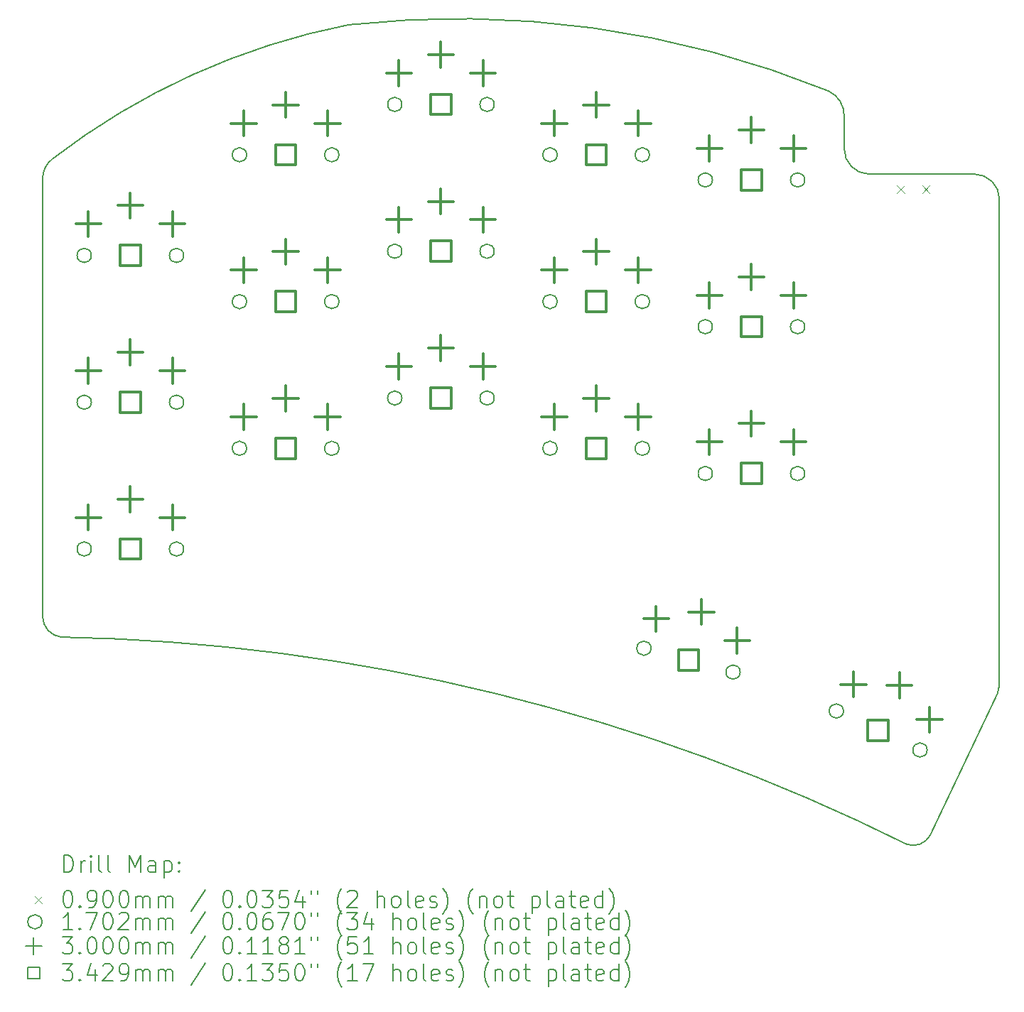
<source format=gbr>
%TF.GenerationSoftware,KiCad,Pcbnew,7.0.10*%
%TF.CreationDate,2024-01-14T23:41:12+02:00*%
%TF.ProjectId,snak_final,736e616b-5f66-4696-9e61-6c2e6b696361,0.1*%
%TF.SameCoordinates,Original*%
%TF.FileFunction,Drillmap*%
%TF.FilePolarity,Positive*%
%FSLAX45Y45*%
G04 Gerber Fmt 4.5, Leading zero omitted, Abs format (unit mm)*
G04 Created by KiCad (PCBNEW 7.0.10) date 2024-01-14 23:41:12*
%MOMM*%
%LPD*%
G01*
G04 APERTURE LIST*
%ADD10C,0.150000*%
%ADD11C,0.200000*%
%ADD12C,0.100000*%
%ADD13C,0.170180*%
%ADD14C,0.300000*%
%ADD15C,0.342900*%
G04 APERTURE END LIST*
D10*
X20355000Y-5830000D02*
G75*
G03*
X20055000Y-5530000I-300000J0D01*
G01*
X18505000Y-5225000D02*
X18505000Y-4850000D01*
X8955000Y-10814000D02*
X8955000Y-5585000D01*
X18505000Y-5225000D02*
G75*
G03*
X18800000Y-5530000I300000J-5000D01*
G01*
X19249998Y-13520005D02*
G75*
G03*
X19528000Y-13415000I76432J218155D01*
G01*
X19250000Y-13520000D02*
G75*
G03*
X9173000Y-11050000I-10499254J-21043551D01*
G01*
X20333001Y-11715000D02*
G75*
G03*
X20355000Y-11555000I-442701J142380D01*
G01*
X9070001Y-5350001D02*
G75*
G03*
X8955000Y-5585000I182339J-234869D01*
G01*
X12600000Y-3750000D02*
G75*
G03*
X9070000Y-5350000I1632480J-8295690D01*
G01*
X18800000Y-5530000D02*
X20055000Y-5530000D01*
X18320000Y-4540000D02*
G75*
G03*
X12600000Y-3750000I-4415316J-10866276D01*
G01*
X8955004Y-10814000D02*
G75*
G03*
X9173000Y-11050000I249626J11900D01*
G01*
X20355000Y-5830000D02*
X20355000Y-11555000D01*
X20333000Y-11715000D02*
X19528000Y-13415000D01*
X18504998Y-4850000D02*
G75*
G03*
X18320000Y-4540000I-324298J16670D01*
G01*
D11*
D12*
X19135000Y-5667500D02*
X19225000Y-5757500D01*
X19225000Y-5667500D02*
X19135000Y-5757500D01*
X19435000Y-5667500D02*
X19525000Y-5757500D01*
X19525000Y-5667500D02*
X19435000Y-5757500D01*
D13*
X9535090Y-6500000D02*
G75*
G03*
X9364910Y-6500000I-85090J0D01*
G01*
X9364910Y-6500000D02*
G75*
G03*
X9535090Y-6500000I85090J0D01*
G01*
X9535090Y-8250000D02*
G75*
G03*
X9364910Y-8250000I-85090J0D01*
G01*
X9364910Y-8250000D02*
G75*
G03*
X9535090Y-8250000I85090J0D01*
G01*
X9535090Y-10000000D02*
G75*
G03*
X9364910Y-10000000I-85090J0D01*
G01*
X9364910Y-10000000D02*
G75*
G03*
X9535090Y-10000000I85090J0D01*
G01*
X10635090Y-6500000D02*
G75*
G03*
X10464910Y-6500000I-85090J0D01*
G01*
X10464910Y-6500000D02*
G75*
G03*
X10635090Y-6500000I85090J0D01*
G01*
X10635090Y-8250000D02*
G75*
G03*
X10464910Y-8250000I-85090J0D01*
G01*
X10464910Y-8250000D02*
G75*
G03*
X10635090Y-8250000I85090J0D01*
G01*
X10635090Y-10000000D02*
G75*
G03*
X10464910Y-10000000I-85090J0D01*
G01*
X10464910Y-10000000D02*
G75*
G03*
X10635090Y-10000000I85090J0D01*
G01*
X11385090Y-5300000D02*
G75*
G03*
X11214910Y-5300000I-85090J0D01*
G01*
X11214910Y-5300000D02*
G75*
G03*
X11385090Y-5300000I85090J0D01*
G01*
X11385090Y-7050000D02*
G75*
G03*
X11214910Y-7050000I-85090J0D01*
G01*
X11214910Y-7050000D02*
G75*
G03*
X11385090Y-7050000I85090J0D01*
G01*
X11385090Y-8800000D02*
G75*
G03*
X11214910Y-8800000I-85090J0D01*
G01*
X11214910Y-8800000D02*
G75*
G03*
X11385090Y-8800000I85090J0D01*
G01*
X12485090Y-5300000D02*
G75*
G03*
X12314910Y-5300000I-85090J0D01*
G01*
X12314910Y-5300000D02*
G75*
G03*
X12485090Y-5300000I85090J0D01*
G01*
X12485090Y-7050000D02*
G75*
G03*
X12314910Y-7050000I-85090J0D01*
G01*
X12314910Y-7050000D02*
G75*
G03*
X12485090Y-7050000I85090J0D01*
G01*
X12485090Y-8800000D02*
G75*
G03*
X12314910Y-8800000I-85090J0D01*
G01*
X12314910Y-8800000D02*
G75*
G03*
X12485090Y-8800000I85090J0D01*
G01*
X13235090Y-4700000D02*
G75*
G03*
X13064910Y-4700000I-85090J0D01*
G01*
X13064910Y-4700000D02*
G75*
G03*
X13235090Y-4700000I85090J0D01*
G01*
X13235090Y-6450000D02*
G75*
G03*
X13064910Y-6450000I-85090J0D01*
G01*
X13064910Y-6450000D02*
G75*
G03*
X13235090Y-6450000I85090J0D01*
G01*
X13235090Y-8200000D02*
G75*
G03*
X13064910Y-8200000I-85090J0D01*
G01*
X13064910Y-8200000D02*
G75*
G03*
X13235090Y-8200000I85090J0D01*
G01*
X14335090Y-4700000D02*
G75*
G03*
X14164910Y-4700000I-85090J0D01*
G01*
X14164910Y-4700000D02*
G75*
G03*
X14335090Y-4700000I85090J0D01*
G01*
X14335090Y-6450000D02*
G75*
G03*
X14164910Y-6450000I-85090J0D01*
G01*
X14164910Y-6450000D02*
G75*
G03*
X14335090Y-6450000I85090J0D01*
G01*
X14335090Y-8200000D02*
G75*
G03*
X14164910Y-8200000I-85090J0D01*
G01*
X14164910Y-8200000D02*
G75*
G03*
X14335090Y-8200000I85090J0D01*
G01*
X15085090Y-5300000D02*
G75*
G03*
X14914910Y-5300000I-85090J0D01*
G01*
X14914910Y-5300000D02*
G75*
G03*
X15085090Y-5300000I85090J0D01*
G01*
X15085090Y-7050000D02*
G75*
G03*
X14914910Y-7050000I-85090J0D01*
G01*
X14914910Y-7050000D02*
G75*
G03*
X15085090Y-7050000I85090J0D01*
G01*
X15085090Y-8800000D02*
G75*
G03*
X14914910Y-8800000I-85090J0D01*
G01*
X14914910Y-8800000D02*
G75*
G03*
X15085090Y-8800000I85090J0D01*
G01*
X16185090Y-5300000D02*
G75*
G03*
X16014910Y-5300000I-85090J0D01*
G01*
X16014910Y-5300000D02*
G75*
G03*
X16185090Y-5300000I85090J0D01*
G01*
X16185090Y-7050000D02*
G75*
G03*
X16014910Y-7050000I-85090J0D01*
G01*
X16014910Y-7050000D02*
G75*
G03*
X16185090Y-7050000I85090J0D01*
G01*
X16185090Y-8800000D02*
G75*
G03*
X16014910Y-8800000I-85090J0D01*
G01*
X16014910Y-8800000D02*
G75*
G03*
X16185090Y-8800000I85090J0D01*
G01*
X16203831Y-11182650D02*
G75*
G03*
X16033651Y-11182650I-85090J0D01*
G01*
X16033651Y-11182650D02*
G75*
G03*
X16203831Y-11182650I85090J0D01*
G01*
X16935090Y-5600000D02*
G75*
G03*
X16764910Y-5600000I-85090J0D01*
G01*
X16764910Y-5600000D02*
G75*
G03*
X16935090Y-5600000I85090J0D01*
G01*
X16935090Y-7350000D02*
G75*
G03*
X16764910Y-7350000I-85090J0D01*
G01*
X16764910Y-7350000D02*
G75*
G03*
X16935090Y-7350000I85090J0D01*
G01*
X16935090Y-9100000D02*
G75*
G03*
X16764910Y-9100000I-85090J0D01*
G01*
X16764910Y-9100000D02*
G75*
G03*
X16935090Y-9100000I85090J0D01*
G01*
X17266349Y-11467350D02*
G75*
G03*
X17096169Y-11467350I-85090J0D01*
G01*
X17096169Y-11467350D02*
G75*
G03*
X17266349Y-11467350I85090J0D01*
G01*
X18035090Y-5600000D02*
G75*
G03*
X17864910Y-5600000I-85090J0D01*
G01*
X17864910Y-5600000D02*
G75*
G03*
X18035090Y-5600000I85090J0D01*
G01*
X18035090Y-7350000D02*
G75*
G03*
X17864910Y-7350000I-85090J0D01*
G01*
X17864910Y-7350000D02*
G75*
G03*
X18035090Y-7350000I85090J0D01*
G01*
X18035090Y-9100000D02*
G75*
G03*
X17864910Y-9100000I-85090J0D01*
G01*
X17864910Y-9100000D02*
G75*
G03*
X18035090Y-9100000I85090J0D01*
G01*
X18496608Y-11931059D02*
G75*
G03*
X18326428Y-11931059I-85090J0D01*
G01*
X18326428Y-11931059D02*
G75*
G03*
X18496608Y-11931059I85090J0D01*
G01*
X19493547Y-12395939D02*
G75*
G03*
X19323367Y-12395939I-85090J0D01*
G01*
X19323367Y-12395939D02*
G75*
G03*
X19493547Y-12395939I85090J0D01*
G01*
D14*
X9500000Y-5975000D02*
X9500000Y-6275000D01*
X9350000Y-6125000D02*
X9650000Y-6125000D01*
X9500000Y-7725000D02*
X9500000Y-8025000D01*
X9350000Y-7875000D02*
X9650000Y-7875000D01*
X9500000Y-9475000D02*
X9500000Y-9775000D01*
X9350000Y-9625000D02*
X9650000Y-9625000D01*
X10000000Y-5755000D02*
X10000000Y-6055000D01*
X9850000Y-5905000D02*
X10150000Y-5905000D01*
X10000000Y-7505000D02*
X10000000Y-7805000D01*
X9850000Y-7655000D02*
X10150000Y-7655000D01*
X10000000Y-9255000D02*
X10000000Y-9555000D01*
X9850000Y-9405000D02*
X10150000Y-9405000D01*
X10500000Y-5975000D02*
X10500000Y-6275000D01*
X10350000Y-6125000D02*
X10650000Y-6125000D01*
X10500000Y-7725000D02*
X10500000Y-8025000D01*
X10350000Y-7875000D02*
X10650000Y-7875000D01*
X10500000Y-9475000D02*
X10500000Y-9775000D01*
X10350000Y-9625000D02*
X10650000Y-9625000D01*
X11350000Y-4775000D02*
X11350000Y-5075000D01*
X11200000Y-4925000D02*
X11500000Y-4925000D01*
X11350000Y-6525000D02*
X11350000Y-6825000D01*
X11200000Y-6675000D02*
X11500000Y-6675000D01*
X11350000Y-8275000D02*
X11350000Y-8575000D01*
X11200000Y-8425000D02*
X11500000Y-8425000D01*
X11850000Y-4555000D02*
X11850000Y-4855000D01*
X11700000Y-4705000D02*
X12000000Y-4705000D01*
X11850000Y-6305000D02*
X11850000Y-6605000D01*
X11700000Y-6455000D02*
X12000000Y-6455000D01*
X11850000Y-8055000D02*
X11850000Y-8355000D01*
X11700000Y-8205000D02*
X12000000Y-8205000D01*
X12350000Y-4775000D02*
X12350000Y-5075000D01*
X12200000Y-4925000D02*
X12500000Y-4925000D01*
X12350000Y-6525000D02*
X12350000Y-6825000D01*
X12200000Y-6675000D02*
X12500000Y-6675000D01*
X12350000Y-8275000D02*
X12350000Y-8575000D01*
X12200000Y-8425000D02*
X12500000Y-8425000D01*
X13200000Y-4175000D02*
X13200000Y-4475000D01*
X13050000Y-4325000D02*
X13350000Y-4325000D01*
X13200000Y-5925000D02*
X13200000Y-6225000D01*
X13050000Y-6075000D02*
X13350000Y-6075000D01*
X13200000Y-7675000D02*
X13200000Y-7975000D01*
X13050000Y-7825000D02*
X13350000Y-7825000D01*
X13700000Y-3955000D02*
X13700000Y-4255000D01*
X13550000Y-4105000D02*
X13850000Y-4105000D01*
X13700000Y-5705000D02*
X13700000Y-6005000D01*
X13550000Y-5855000D02*
X13850000Y-5855000D01*
X13700000Y-7455000D02*
X13700000Y-7755000D01*
X13550000Y-7605000D02*
X13850000Y-7605000D01*
X14200000Y-4175000D02*
X14200000Y-4475000D01*
X14050000Y-4325000D02*
X14350000Y-4325000D01*
X14200000Y-5925000D02*
X14200000Y-6225000D01*
X14050000Y-6075000D02*
X14350000Y-6075000D01*
X14200000Y-7675000D02*
X14200000Y-7975000D01*
X14050000Y-7825000D02*
X14350000Y-7825000D01*
X15050000Y-4775000D02*
X15050000Y-5075000D01*
X14900000Y-4925000D02*
X15200000Y-4925000D01*
X15050000Y-6525000D02*
X15050000Y-6825000D01*
X14900000Y-6675000D02*
X15200000Y-6675000D01*
X15050000Y-8275000D02*
X15050000Y-8575000D01*
X14900000Y-8425000D02*
X15200000Y-8425000D01*
X15550000Y-4555000D02*
X15550000Y-4855000D01*
X15400000Y-4705000D02*
X15700000Y-4705000D01*
X15550000Y-6305000D02*
X15550000Y-6605000D01*
X15400000Y-6455000D02*
X15700000Y-6455000D01*
X15550000Y-8055000D02*
X15550000Y-8355000D01*
X15400000Y-8205000D02*
X15700000Y-8205000D01*
X16050000Y-4775000D02*
X16050000Y-5075000D01*
X15900000Y-4925000D02*
X16200000Y-4925000D01*
X16050000Y-6525000D02*
X16050000Y-6825000D01*
X15900000Y-6675000D02*
X16200000Y-6675000D01*
X16050000Y-8275000D02*
X16050000Y-8575000D01*
X15900000Y-8425000D02*
X16200000Y-8425000D01*
X16264094Y-10683368D02*
X16264094Y-10983368D01*
X16114094Y-10833368D02*
X16414094Y-10833368D01*
X16803997Y-10600274D02*
X16803997Y-10900274D01*
X16653997Y-10750274D02*
X16953997Y-10750274D01*
X16900000Y-5075000D02*
X16900000Y-5375000D01*
X16750000Y-5225000D02*
X17050000Y-5225000D01*
X16900000Y-6825000D02*
X16900000Y-7125000D01*
X16750000Y-6975000D02*
X17050000Y-6975000D01*
X16900000Y-8575000D02*
X16900000Y-8875000D01*
X16750000Y-8725000D02*
X17050000Y-8725000D01*
X17230020Y-10942187D02*
X17230020Y-11242187D01*
X17080020Y-11092187D02*
X17380020Y-11092187D01*
X17400000Y-4855000D02*
X17400000Y-5155000D01*
X17250000Y-5005000D02*
X17550000Y-5005000D01*
X17400000Y-6605000D02*
X17400000Y-6905000D01*
X17250000Y-6755000D02*
X17550000Y-6755000D01*
X17400000Y-8355000D02*
X17400000Y-8655000D01*
X17250000Y-8505000D02*
X17550000Y-8505000D01*
X17900000Y-5075000D02*
X17900000Y-5375000D01*
X17750000Y-5225000D02*
X18050000Y-5225000D01*
X17900000Y-6825000D02*
X17900000Y-7125000D01*
X17750000Y-6975000D02*
X18050000Y-6975000D01*
X17900000Y-8575000D02*
X17900000Y-8875000D01*
X17750000Y-8725000D02*
X18050000Y-8725000D01*
X18615316Y-11462324D02*
X18615316Y-11762324D01*
X18465316Y-11612324D02*
X18765316Y-11612324D01*
X19161446Y-11474246D02*
X19161446Y-11774246D01*
X19011446Y-11624246D02*
X19311446Y-11624246D01*
X19521623Y-11884943D02*
X19521623Y-12184943D01*
X19371623Y-12034943D02*
X19671623Y-12034943D01*
D15*
X10121235Y-6621235D02*
X10121235Y-6378765D01*
X9878765Y-6378765D01*
X9878765Y-6621235D01*
X10121235Y-6621235D01*
X10121235Y-8371235D02*
X10121235Y-8128765D01*
X9878765Y-8128765D01*
X9878765Y-8371235D01*
X10121235Y-8371235D01*
X10121235Y-10121235D02*
X10121235Y-9878765D01*
X9878765Y-9878765D01*
X9878765Y-10121235D01*
X10121235Y-10121235D01*
X11971235Y-5421235D02*
X11971235Y-5178765D01*
X11728765Y-5178765D01*
X11728765Y-5421235D01*
X11971235Y-5421235D01*
X11971235Y-7171235D02*
X11971235Y-6928765D01*
X11728765Y-6928765D01*
X11728765Y-7171235D01*
X11971235Y-7171235D01*
X11971235Y-8921235D02*
X11971235Y-8678765D01*
X11728765Y-8678765D01*
X11728765Y-8921235D01*
X11971235Y-8921235D01*
X13821235Y-4821235D02*
X13821235Y-4578765D01*
X13578765Y-4578765D01*
X13578765Y-4821235D01*
X13821235Y-4821235D01*
X13821235Y-6571235D02*
X13821235Y-6328765D01*
X13578765Y-6328765D01*
X13578765Y-6571235D01*
X13821235Y-6571235D01*
X13821235Y-8321235D02*
X13821235Y-8078765D01*
X13578765Y-8078765D01*
X13578765Y-8321235D01*
X13821235Y-8321235D01*
X15671235Y-5421235D02*
X15671235Y-5178765D01*
X15428765Y-5178765D01*
X15428765Y-5421235D01*
X15671235Y-5421235D01*
X15671235Y-7171235D02*
X15671235Y-6928765D01*
X15428765Y-6928765D01*
X15428765Y-7171235D01*
X15671235Y-7171235D01*
X15671235Y-8921235D02*
X15671235Y-8678765D01*
X15428765Y-8678765D01*
X15428765Y-8921235D01*
X15671235Y-8921235D01*
X16771235Y-11446235D02*
X16771235Y-11203765D01*
X16528765Y-11203765D01*
X16528765Y-11446235D01*
X16771235Y-11446235D01*
X17521235Y-5721235D02*
X17521235Y-5478765D01*
X17278765Y-5478765D01*
X17278765Y-5721235D01*
X17521235Y-5721235D01*
X17521235Y-7471235D02*
X17521235Y-7228765D01*
X17278765Y-7228765D01*
X17278765Y-7471235D01*
X17521235Y-7471235D01*
X17521235Y-9221235D02*
X17521235Y-8978765D01*
X17278765Y-8978765D01*
X17278765Y-9221235D01*
X17521235Y-9221235D01*
X19031222Y-12284734D02*
X19031222Y-12042264D01*
X18788753Y-12042264D01*
X18788753Y-12284734D01*
X19031222Y-12284734D01*
D11*
X9208277Y-13851990D02*
X9208277Y-13651990D01*
X9208277Y-13651990D02*
X9255896Y-13651990D01*
X9255896Y-13651990D02*
X9284467Y-13661514D01*
X9284467Y-13661514D02*
X9303515Y-13680562D01*
X9303515Y-13680562D02*
X9313039Y-13699609D01*
X9313039Y-13699609D02*
X9322563Y-13737705D01*
X9322563Y-13737705D02*
X9322563Y-13766276D01*
X9322563Y-13766276D02*
X9313039Y-13804371D01*
X9313039Y-13804371D02*
X9303515Y-13823419D01*
X9303515Y-13823419D02*
X9284467Y-13842467D01*
X9284467Y-13842467D02*
X9255896Y-13851990D01*
X9255896Y-13851990D02*
X9208277Y-13851990D01*
X9408277Y-13851990D02*
X9408277Y-13718657D01*
X9408277Y-13756752D02*
X9417801Y-13737705D01*
X9417801Y-13737705D02*
X9427324Y-13728181D01*
X9427324Y-13728181D02*
X9446372Y-13718657D01*
X9446372Y-13718657D02*
X9465420Y-13718657D01*
X9532086Y-13851990D02*
X9532086Y-13718657D01*
X9532086Y-13651990D02*
X9522563Y-13661514D01*
X9522563Y-13661514D02*
X9532086Y-13671038D01*
X9532086Y-13671038D02*
X9541610Y-13661514D01*
X9541610Y-13661514D02*
X9532086Y-13651990D01*
X9532086Y-13651990D02*
X9532086Y-13671038D01*
X9655896Y-13851990D02*
X9636848Y-13842467D01*
X9636848Y-13842467D02*
X9627324Y-13823419D01*
X9627324Y-13823419D02*
X9627324Y-13651990D01*
X9760658Y-13851990D02*
X9741610Y-13842467D01*
X9741610Y-13842467D02*
X9732086Y-13823419D01*
X9732086Y-13823419D02*
X9732086Y-13651990D01*
X9989229Y-13851990D02*
X9989229Y-13651990D01*
X9989229Y-13651990D02*
X10055896Y-13794847D01*
X10055896Y-13794847D02*
X10122563Y-13651990D01*
X10122563Y-13651990D02*
X10122563Y-13851990D01*
X10303515Y-13851990D02*
X10303515Y-13747228D01*
X10303515Y-13747228D02*
X10293991Y-13728181D01*
X10293991Y-13728181D02*
X10274944Y-13718657D01*
X10274944Y-13718657D02*
X10236848Y-13718657D01*
X10236848Y-13718657D02*
X10217801Y-13728181D01*
X10303515Y-13842467D02*
X10284467Y-13851990D01*
X10284467Y-13851990D02*
X10236848Y-13851990D01*
X10236848Y-13851990D02*
X10217801Y-13842467D01*
X10217801Y-13842467D02*
X10208277Y-13823419D01*
X10208277Y-13823419D02*
X10208277Y-13804371D01*
X10208277Y-13804371D02*
X10217801Y-13785324D01*
X10217801Y-13785324D02*
X10236848Y-13775800D01*
X10236848Y-13775800D02*
X10284467Y-13775800D01*
X10284467Y-13775800D02*
X10303515Y-13766276D01*
X10398753Y-13718657D02*
X10398753Y-13918657D01*
X10398753Y-13728181D02*
X10417801Y-13718657D01*
X10417801Y-13718657D02*
X10455896Y-13718657D01*
X10455896Y-13718657D02*
X10474944Y-13728181D01*
X10474944Y-13728181D02*
X10484467Y-13737705D01*
X10484467Y-13737705D02*
X10493991Y-13756752D01*
X10493991Y-13756752D02*
X10493991Y-13813895D01*
X10493991Y-13813895D02*
X10484467Y-13832943D01*
X10484467Y-13832943D02*
X10474944Y-13842467D01*
X10474944Y-13842467D02*
X10455896Y-13851990D01*
X10455896Y-13851990D02*
X10417801Y-13851990D01*
X10417801Y-13851990D02*
X10398753Y-13842467D01*
X10579705Y-13832943D02*
X10589229Y-13842467D01*
X10589229Y-13842467D02*
X10579705Y-13851990D01*
X10579705Y-13851990D02*
X10570182Y-13842467D01*
X10570182Y-13842467D02*
X10579705Y-13832943D01*
X10579705Y-13832943D02*
X10579705Y-13851990D01*
X10579705Y-13728181D02*
X10589229Y-13737705D01*
X10589229Y-13737705D02*
X10579705Y-13747228D01*
X10579705Y-13747228D02*
X10570182Y-13737705D01*
X10570182Y-13737705D02*
X10579705Y-13728181D01*
X10579705Y-13728181D02*
X10579705Y-13747228D01*
D12*
X8857500Y-14135507D02*
X8947500Y-14225507D01*
X8947500Y-14135507D02*
X8857500Y-14225507D01*
D11*
X9246372Y-14071990D02*
X9265420Y-14071990D01*
X9265420Y-14071990D02*
X9284467Y-14081514D01*
X9284467Y-14081514D02*
X9293991Y-14091038D01*
X9293991Y-14091038D02*
X9303515Y-14110086D01*
X9303515Y-14110086D02*
X9313039Y-14148181D01*
X9313039Y-14148181D02*
X9313039Y-14195800D01*
X9313039Y-14195800D02*
X9303515Y-14233895D01*
X9303515Y-14233895D02*
X9293991Y-14252943D01*
X9293991Y-14252943D02*
X9284467Y-14262467D01*
X9284467Y-14262467D02*
X9265420Y-14271990D01*
X9265420Y-14271990D02*
X9246372Y-14271990D01*
X9246372Y-14271990D02*
X9227324Y-14262467D01*
X9227324Y-14262467D02*
X9217801Y-14252943D01*
X9217801Y-14252943D02*
X9208277Y-14233895D01*
X9208277Y-14233895D02*
X9198753Y-14195800D01*
X9198753Y-14195800D02*
X9198753Y-14148181D01*
X9198753Y-14148181D02*
X9208277Y-14110086D01*
X9208277Y-14110086D02*
X9217801Y-14091038D01*
X9217801Y-14091038D02*
X9227324Y-14081514D01*
X9227324Y-14081514D02*
X9246372Y-14071990D01*
X9398753Y-14252943D02*
X9408277Y-14262467D01*
X9408277Y-14262467D02*
X9398753Y-14271990D01*
X9398753Y-14271990D02*
X9389229Y-14262467D01*
X9389229Y-14262467D02*
X9398753Y-14252943D01*
X9398753Y-14252943D02*
X9398753Y-14271990D01*
X9503515Y-14271990D02*
X9541610Y-14271990D01*
X9541610Y-14271990D02*
X9560658Y-14262467D01*
X9560658Y-14262467D02*
X9570182Y-14252943D01*
X9570182Y-14252943D02*
X9589229Y-14224371D01*
X9589229Y-14224371D02*
X9598753Y-14186276D01*
X9598753Y-14186276D02*
X9598753Y-14110086D01*
X9598753Y-14110086D02*
X9589229Y-14091038D01*
X9589229Y-14091038D02*
X9579705Y-14081514D01*
X9579705Y-14081514D02*
X9560658Y-14071990D01*
X9560658Y-14071990D02*
X9522563Y-14071990D01*
X9522563Y-14071990D02*
X9503515Y-14081514D01*
X9503515Y-14081514D02*
X9493991Y-14091038D01*
X9493991Y-14091038D02*
X9484467Y-14110086D01*
X9484467Y-14110086D02*
X9484467Y-14157705D01*
X9484467Y-14157705D02*
X9493991Y-14176752D01*
X9493991Y-14176752D02*
X9503515Y-14186276D01*
X9503515Y-14186276D02*
X9522563Y-14195800D01*
X9522563Y-14195800D02*
X9560658Y-14195800D01*
X9560658Y-14195800D02*
X9579705Y-14186276D01*
X9579705Y-14186276D02*
X9589229Y-14176752D01*
X9589229Y-14176752D02*
X9598753Y-14157705D01*
X9722563Y-14071990D02*
X9741610Y-14071990D01*
X9741610Y-14071990D02*
X9760658Y-14081514D01*
X9760658Y-14081514D02*
X9770182Y-14091038D01*
X9770182Y-14091038D02*
X9779705Y-14110086D01*
X9779705Y-14110086D02*
X9789229Y-14148181D01*
X9789229Y-14148181D02*
X9789229Y-14195800D01*
X9789229Y-14195800D02*
X9779705Y-14233895D01*
X9779705Y-14233895D02*
X9770182Y-14252943D01*
X9770182Y-14252943D02*
X9760658Y-14262467D01*
X9760658Y-14262467D02*
X9741610Y-14271990D01*
X9741610Y-14271990D02*
X9722563Y-14271990D01*
X9722563Y-14271990D02*
X9703515Y-14262467D01*
X9703515Y-14262467D02*
X9693991Y-14252943D01*
X9693991Y-14252943D02*
X9684467Y-14233895D01*
X9684467Y-14233895D02*
X9674944Y-14195800D01*
X9674944Y-14195800D02*
X9674944Y-14148181D01*
X9674944Y-14148181D02*
X9684467Y-14110086D01*
X9684467Y-14110086D02*
X9693991Y-14091038D01*
X9693991Y-14091038D02*
X9703515Y-14081514D01*
X9703515Y-14081514D02*
X9722563Y-14071990D01*
X9913039Y-14071990D02*
X9932086Y-14071990D01*
X9932086Y-14071990D02*
X9951134Y-14081514D01*
X9951134Y-14081514D02*
X9960658Y-14091038D01*
X9960658Y-14091038D02*
X9970182Y-14110086D01*
X9970182Y-14110086D02*
X9979705Y-14148181D01*
X9979705Y-14148181D02*
X9979705Y-14195800D01*
X9979705Y-14195800D02*
X9970182Y-14233895D01*
X9970182Y-14233895D02*
X9960658Y-14252943D01*
X9960658Y-14252943D02*
X9951134Y-14262467D01*
X9951134Y-14262467D02*
X9932086Y-14271990D01*
X9932086Y-14271990D02*
X9913039Y-14271990D01*
X9913039Y-14271990D02*
X9893991Y-14262467D01*
X9893991Y-14262467D02*
X9884467Y-14252943D01*
X9884467Y-14252943D02*
X9874944Y-14233895D01*
X9874944Y-14233895D02*
X9865420Y-14195800D01*
X9865420Y-14195800D02*
X9865420Y-14148181D01*
X9865420Y-14148181D02*
X9874944Y-14110086D01*
X9874944Y-14110086D02*
X9884467Y-14091038D01*
X9884467Y-14091038D02*
X9893991Y-14081514D01*
X9893991Y-14081514D02*
X9913039Y-14071990D01*
X10065420Y-14271990D02*
X10065420Y-14138657D01*
X10065420Y-14157705D02*
X10074944Y-14148181D01*
X10074944Y-14148181D02*
X10093991Y-14138657D01*
X10093991Y-14138657D02*
X10122563Y-14138657D01*
X10122563Y-14138657D02*
X10141610Y-14148181D01*
X10141610Y-14148181D02*
X10151134Y-14167228D01*
X10151134Y-14167228D02*
X10151134Y-14271990D01*
X10151134Y-14167228D02*
X10160658Y-14148181D01*
X10160658Y-14148181D02*
X10179705Y-14138657D01*
X10179705Y-14138657D02*
X10208277Y-14138657D01*
X10208277Y-14138657D02*
X10227325Y-14148181D01*
X10227325Y-14148181D02*
X10236848Y-14167228D01*
X10236848Y-14167228D02*
X10236848Y-14271990D01*
X10332086Y-14271990D02*
X10332086Y-14138657D01*
X10332086Y-14157705D02*
X10341610Y-14148181D01*
X10341610Y-14148181D02*
X10360658Y-14138657D01*
X10360658Y-14138657D02*
X10389229Y-14138657D01*
X10389229Y-14138657D02*
X10408277Y-14148181D01*
X10408277Y-14148181D02*
X10417801Y-14167228D01*
X10417801Y-14167228D02*
X10417801Y-14271990D01*
X10417801Y-14167228D02*
X10427325Y-14148181D01*
X10427325Y-14148181D02*
X10446372Y-14138657D01*
X10446372Y-14138657D02*
X10474944Y-14138657D01*
X10474944Y-14138657D02*
X10493991Y-14148181D01*
X10493991Y-14148181D02*
X10503515Y-14167228D01*
X10503515Y-14167228D02*
X10503515Y-14271990D01*
X10893991Y-14062467D02*
X10722563Y-14319609D01*
X11151134Y-14071990D02*
X11170182Y-14071990D01*
X11170182Y-14071990D02*
X11189229Y-14081514D01*
X11189229Y-14081514D02*
X11198753Y-14091038D01*
X11198753Y-14091038D02*
X11208277Y-14110086D01*
X11208277Y-14110086D02*
X11217801Y-14148181D01*
X11217801Y-14148181D02*
X11217801Y-14195800D01*
X11217801Y-14195800D02*
X11208277Y-14233895D01*
X11208277Y-14233895D02*
X11198753Y-14252943D01*
X11198753Y-14252943D02*
X11189229Y-14262467D01*
X11189229Y-14262467D02*
X11170182Y-14271990D01*
X11170182Y-14271990D02*
X11151134Y-14271990D01*
X11151134Y-14271990D02*
X11132087Y-14262467D01*
X11132087Y-14262467D02*
X11122563Y-14252943D01*
X11122563Y-14252943D02*
X11113039Y-14233895D01*
X11113039Y-14233895D02*
X11103515Y-14195800D01*
X11103515Y-14195800D02*
X11103515Y-14148181D01*
X11103515Y-14148181D02*
X11113039Y-14110086D01*
X11113039Y-14110086D02*
X11122563Y-14091038D01*
X11122563Y-14091038D02*
X11132087Y-14081514D01*
X11132087Y-14081514D02*
X11151134Y-14071990D01*
X11303515Y-14252943D02*
X11313039Y-14262467D01*
X11313039Y-14262467D02*
X11303515Y-14271990D01*
X11303515Y-14271990D02*
X11293991Y-14262467D01*
X11293991Y-14262467D02*
X11303515Y-14252943D01*
X11303515Y-14252943D02*
X11303515Y-14271990D01*
X11436848Y-14071990D02*
X11455896Y-14071990D01*
X11455896Y-14071990D02*
X11474944Y-14081514D01*
X11474944Y-14081514D02*
X11484467Y-14091038D01*
X11484467Y-14091038D02*
X11493991Y-14110086D01*
X11493991Y-14110086D02*
X11503515Y-14148181D01*
X11503515Y-14148181D02*
X11503515Y-14195800D01*
X11503515Y-14195800D02*
X11493991Y-14233895D01*
X11493991Y-14233895D02*
X11484467Y-14252943D01*
X11484467Y-14252943D02*
X11474944Y-14262467D01*
X11474944Y-14262467D02*
X11455896Y-14271990D01*
X11455896Y-14271990D02*
X11436848Y-14271990D01*
X11436848Y-14271990D02*
X11417801Y-14262467D01*
X11417801Y-14262467D02*
X11408277Y-14252943D01*
X11408277Y-14252943D02*
X11398753Y-14233895D01*
X11398753Y-14233895D02*
X11389229Y-14195800D01*
X11389229Y-14195800D02*
X11389229Y-14148181D01*
X11389229Y-14148181D02*
X11398753Y-14110086D01*
X11398753Y-14110086D02*
X11408277Y-14091038D01*
X11408277Y-14091038D02*
X11417801Y-14081514D01*
X11417801Y-14081514D02*
X11436848Y-14071990D01*
X11570182Y-14071990D02*
X11693991Y-14071990D01*
X11693991Y-14071990D02*
X11627325Y-14148181D01*
X11627325Y-14148181D02*
X11655896Y-14148181D01*
X11655896Y-14148181D02*
X11674944Y-14157705D01*
X11674944Y-14157705D02*
X11684467Y-14167228D01*
X11684467Y-14167228D02*
X11693991Y-14186276D01*
X11693991Y-14186276D02*
X11693991Y-14233895D01*
X11693991Y-14233895D02*
X11684467Y-14252943D01*
X11684467Y-14252943D02*
X11674944Y-14262467D01*
X11674944Y-14262467D02*
X11655896Y-14271990D01*
X11655896Y-14271990D02*
X11598753Y-14271990D01*
X11598753Y-14271990D02*
X11579706Y-14262467D01*
X11579706Y-14262467D02*
X11570182Y-14252943D01*
X11874944Y-14071990D02*
X11779706Y-14071990D01*
X11779706Y-14071990D02*
X11770182Y-14167228D01*
X11770182Y-14167228D02*
X11779706Y-14157705D01*
X11779706Y-14157705D02*
X11798753Y-14148181D01*
X11798753Y-14148181D02*
X11846372Y-14148181D01*
X11846372Y-14148181D02*
X11865420Y-14157705D01*
X11865420Y-14157705D02*
X11874944Y-14167228D01*
X11874944Y-14167228D02*
X11884467Y-14186276D01*
X11884467Y-14186276D02*
X11884467Y-14233895D01*
X11884467Y-14233895D02*
X11874944Y-14252943D01*
X11874944Y-14252943D02*
X11865420Y-14262467D01*
X11865420Y-14262467D02*
X11846372Y-14271990D01*
X11846372Y-14271990D02*
X11798753Y-14271990D01*
X11798753Y-14271990D02*
X11779706Y-14262467D01*
X11779706Y-14262467D02*
X11770182Y-14252943D01*
X12055896Y-14138657D02*
X12055896Y-14271990D01*
X12008277Y-14062467D02*
X11960658Y-14205324D01*
X11960658Y-14205324D02*
X12084467Y-14205324D01*
X12151134Y-14071990D02*
X12151134Y-14110086D01*
X12227325Y-14071990D02*
X12227325Y-14110086D01*
X12522563Y-14348181D02*
X12513039Y-14338657D01*
X12513039Y-14338657D02*
X12493991Y-14310086D01*
X12493991Y-14310086D02*
X12484468Y-14291038D01*
X12484468Y-14291038D02*
X12474944Y-14262467D01*
X12474944Y-14262467D02*
X12465420Y-14214847D01*
X12465420Y-14214847D02*
X12465420Y-14176752D01*
X12465420Y-14176752D02*
X12474944Y-14129133D01*
X12474944Y-14129133D02*
X12484468Y-14100562D01*
X12484468Y-14100562D02*
X12493991Y-14081514D01*
X12493991Y-14081514D02*
X12513039Y-14052943D01*
X12513039Y-14052943D02*
X12522563Y-14043419D01*
X12589229Y-14091038D02*
X12598753Y-14081514D01*
X12598753Y-14081514D02*
X12617801Y-14071990D01*
X12617801Y-14071990D02*
X12665420Y-14071990D01*
X12665420Y-14071990D02*
X12684468Y-14081514D01*
X12684468Y-14081514D02*
X12693991Y-14091038D01*
X12693991Y-14091038D02*
X12703515Y-14110086D01*
X12703515Y-14110086D02*
X12703515Y-14129133D01*
X12703515Y-14129133D02*
X12693991Y-14157705D01*
X12693991Y-14157705D02*
X12579706Y-14271990D01*
X12579706Y-14271990D02*
X12703515Y-14271990D01*
X12941610Y-14271990D02*
X12941610Y-14071990D01*
X13027325Y-14271990D02*
X13027325Y-14167228D01*
X13027325Y-14167228D02*
X13017801Y-14148181D01*
X13017801Y-14148181D02*
X12998753Y-14138657D01*
X12998753Y-14138657D02*
X12970182Y-14138657D01*
X12970182Y-14138657D02*
X12951134Y-14148181D01*
X12951134Y-14148181D02*
X12941610Y-14157705D01*
X13151134Y-14271990D02*
X13132087Y-14262467D01*
X13132087Y-14262467D02*
X13122563Y-14252943D01*
X13122563Y-14252943D02*
X13113039Y-14233895D01*
X13113039Y-14233895D02*
X13113039Y-14176752D01*
X13113039Y-14176752D02*
X13122563Y-14157705D01*
X13122563Y-14157705D02*
X13132087Y-14148181D01*
X13132087Y-14148181D02*
X13151134Y-14138657D01*
X13151134Y-14138657D02*
X13179706Y-14138657D01*
X13179706Y-14138657D02*
X13198753Y-14148181D01*
X13198753Y-14148181D02*
X13208277Y-14157705D01*
X13208277Y-14157705D02*
X13217801Y-14176752D01*
X13217801Y-14176752D02*
X13217801Y-14233895D01*
X13217801Y-14233895D02*
X13208277Y-14252943D01*
X13208277Y-14252943D02*
X13198753Y-14262467D01*
X13198753Y-14262467D02*
X13179706Y-14271990D01*
X13179706Y-14271990D02*
X13151134Y-14271990D01*
X13332087Y-14271990D02*
X13313039Y-14262467D01*
X13313039Y-14262467D02*
X13303515Y-14243419D01*
X13303515Y-14243419D02*
X13303515Y-14071990D01*
X13484468Y-14262467D02*
X13465420Y-14271990D01*
X13465420Y-14271990D02*
X13427325Y-14271990D01*
X13427325Y-14271990D02*
X13408277Y-14262467D01*
X13408277Y-14262467D02*
X13398753Y-14243419D01*
X13398753Y-14243419D02*
X13398753Y-14167228D01*
X13398753Y-14167228D02*
X13408277Y-14148181D01*
X13408277Y-14148181D02*
X13427325Y-14138657D01*
X13427325Y-14138657D02*
X13465420Y-14138657D01*
X13465420Y-14138657D02*
X13484468Y-14148181D01*
X13484468Y-14148181D02*
X13493991Y-14167228D01*
X13493991Y-14167228D02*
X13493991Y-14186276D01*
X13493991Y-14186276D02*
X13398753Y-14205324D01*
X13570182Y-14262467D02*
X13589230Y-14271990D01*
X13589230Y-14271990D02*
X13627325Y-14271990D01*
X13627325Y-14271990D02*
X13646372Y-14262467D01*
X13646372Y-14262467D02*
X13655896Y-14243419D01*
X13655896Y-14243419D02*
X13655896Y-14233895D01*
X13655896Y-14233895D02*
X13646372Y-14214847D01*
X13646372Y-14214847D02*
X13627325Y-14205324D01*
X13627325Y-14205324D02*
X13598753Y-14205324D01*
X13598753Y-14205324D02*
X13579706Y-14195800D01*
X13579706Y-14195800D02*
X13570182Y-14176752D01*
X13570182Y-14176752D02*
X13570182Y-14167228D01*
X13570182Y-14167228D02*
X13579706Y-14148181D01*
X13579706Y-14148181D02*
X13598753Y-14138657D01*
X13598753Y-14138657D02*
X13627325Y-14138657D01*
X13627325Y-14138657D02*
X13646372Y-14148181D01*
X13722563Y-14348181D02*
X13732087Y-14338657D01*
X13732087Y-14338657D02*
X13751134Y-14310086D01*
X13751134Y-14310086D02*
X13760658Y-14291038D01*
X13760658Y-14291038D02*
X13770182Y-14262467D01*
X13770182Y-14262467D02*
X13779706Y-14214847D01*
X13779706Y-14214847D02*
X13779706Y-14176752D01*
X13779706Y-14176752D02*
X13770182Y-14129133D01*
X13770182Y-14129133D02*
X13760658Y-14100562D01*
X13760658Y-14100562D02*
X13751134Y-14081514D01*
X13751134Y-14081514D02*
X13732087Y-14052943D01*
X13732087Y-14052943D02*
X13722563Y-14043419D01*
X14084468Y-14348181D02*
X14074944Y-14338657D01*
X14074944Y-14338657D02*
X14055896Y-14310086D01*
X14055896Y-14310086D02*
X14046372Y-14291038D01*
X14046372Y-14291038D02*
X14036849Y-14262467D01*
X14036849Y-14262467D02*
X14027325Y-14214847D01*
X14027325Y-14214847D02*
X14027325Y-14176752D01*
X14027325Y-14176752D02*
X14036849Y-14129133D01*
X14036849Y-14129133D02*
X14046372Y-14100562D01*
X14046372Y-14100562D02*
X14055896Y-14081514D01*
X14055896Y-14081514D02*
X14074944Y-14052943D01*
X14074944Y-14052943D02*
X14084468Y-14043419D01*
X14160658Y-14138657D02*
X14160658Y-14271990D01*
X14160658Y-14157705D02*
X14170182Y-14148181D01*
X14170182Y-14148181D02*
X14189230Y-14138657D01*
X14189230Y-14138657D02*
X14217801Y-14138657D01*
X14217801Y-14138657D02*
X14236849Y-14148181D01*
X14236849Y-14148181D02*
X14246372Y-14167228D01*
X14246372Y-14167228D02*
X14246372Y-14271990D01*
X14370182Y-14271990D02*
X14351134Y-14262467D01*
X14351134Y-14262467D02*
X14341611Y-14252943D01*
X14341611Y-14252943D02*
X14332087Y-14233895D01*
X14332087Y-14233895D02*
X14332087Y-14176752D01*
X14332087Y-14176752D02*
X14341611Y-14157705D01*
X14341611Y-14157705D02*
X14351134Y-14148181D01*
X14351134Y-14148181D02*
X14370182Y-14138657D01*
X14370182Y-14138657D02*
X14398753Y-14138657D01*
X14398753Y-14138657D02*
X14417801Y-14148181D01*
X14417801Y-14148181D02*
X14427325Y-14157705D01*
X14427325Y-14157705D02*
X14436849Y-14176752D01*
X14436849Y-14176752D02*
X14436849Y-14233895D01*
X14436849Y-14233895D02*
X14427325Y-14252943D01*
X14427325Y-14252943D02*
X14417801Y-14262467D01*
X14417801Y-14262467D02*
X14398753Y-14271990D01*
X14398753Y-14271990D02*
X14370182Y-14271990D01*
X14493992Y-14138657D02*
X14570182Y-14138657D01*
X14522563Y-14071990D02*
X14522563Y-14243419D01*
X14522563Y-14243419D02*
X14532087Y-14262467D01*
X14532087Y-14262467D02*
X14551134Y-14271990D01*
X14551134Y-14271990D02*
X14570182Y-14271990D01*
X14789230Y-14138657D02*
X14789230Y-14338657D01*
X14789230Y-14148181D02*
X14808277Y-14138657D01*
X14808277Y-14138657D02*
X14846373Y-14138657D01*
X14846373Y-14138657D02*
X14865420Y-14148181D01*
X14865420Y-14148181D02*
X14874944Y-14157705D01*
X14874944Y-14157705D02*
X14884468Y-14176752D01*
X14884468Y-14176752D02*
X14884468Y-14233895D01*
X14884468Y-14233895D02*
X14874944Y-14252943D01*
X14874944Y-14252943D02*
X14865420Y-14262467D01*
X14865420Y-14262467D02*
X14846373Y-14271990D01*
X14846373Y-14271990D02*
X14808277Y-14271990D01*
X14808277Y-14271990D02*
X14789230Y-14262467D01*
X14998753Y-14271990D02*
X14979706Y-14262467D01*
X14979706Y-14262467D02*
X14970182Y-14243419D01*
X14970182Y-14243419D02*
X14970182Y-14071990D01*
X15160658Y-14271990D02*
X15160658Y-14167228D01*
X15160658Y-14167228D02*
X15151134Y-14148181D01*
X15151134Y-14148181D02*
X15132087Y-14138657D01*
X15132087Y-14138657D02*
X15093992Y-14138657D01*
X15093992Y-14138657D02*
X15074944Y-14148181D01*
X15160658Y-14262467D02*
X15141611Y-14271990D01*
X15141611Y-14271990D02*
X15093992Y-14271990D01*
X15093992Y-14271990D02*
X15074944Y-14262467D01*
X15074944Y-14262467D02*
X15065420Y-14243419D01*
X15065420Y-14243419D02*
X15065420Y-14224371D01*
X15065420Y-14224371D02*
X15074944Y-14205324D01*
X15074944Y-14205324D02*
X15093992Y-14195800D01*
X15093992Y-14195800D02*
X15141611Y-14195800D01*
X15141611Y-14195800D02*
X15160658Y-14186276D01*
X15227325Y-14138657D02*
X15303515Y-14138657D01*
X15255896Y-14071990D02*
X15255896Y-14243419D01*
X15255896Y-14243419D02*
X15265420Y-14262467D01*
X15265420Y-14262467D02*
X15284468Y-14271990D01*
X15284468Y-14271990D02*
X15303515Y-14271990D01*
X15446373Y-14262467D02*
X15427325Y-14271990D01*
X15427325Y-14271990D02*
X15389230Y-14271990D01*
X15389230Y-14271990D02*
X15370182Y-14262467D01*
X15370182Y-14262467D02*
X15360658Y-14243419D01*
X15360658Y-14243419D02*
X15360658Y-14167228D01*
X15360658Y-14167228D02*
X15370182Y-14148181D01*
X15370182Y-14148181D02*
X15389230Y-14138657D01*
X15389230Y-14138657D02*
X15427325Y-14138657D01*
X15427325Y-14138657D02*
X15446373Y-14148181D01*
X15446373Y-14148181D02*
X15455896Y-14167228D01*
X15455896Y-14167228D02*
X15455896Y-14186276D01*
X15455896Y-14186276D02*
X15360658Y-14205324D01*
X15627325Y-14271990D02*
X15627325Y-14071990D01*
X15627325Y-14262467D02*
X15608277Y-14271990D01*
X15608277Y-14271990D02*
X15570182Y-14271990D01*
X15570182Y-14271990D02*
X15551134Y-14262467D01*
X15551134Y-14262467D02*
X15541611Y-14252943D01*
X15541611Y-14252943D02*
X15532087Y-14233895D01*
X15532087Y-14233895D02*
X15532087Y-14176752D01*
X15532087Y-14176752D02*
X15541611Y-14157705D01*
X15541611Y-14157705D02*
X15551134Y-14148181D01*
X15551134Y-14148181D02*
X15570182Y-14138657D01*
X15570182Y-14138657D02*
X15608277Y-14138657D01*
X15608277Y-14138657D02*
X15627325Y-14148181D01*
X15703515Y-14348181D02*
X15713039Y-14338657D01*
X15713039Y-14338657D02*
X15732087Y-14310086D01*
X15732087Y-14310086D02*
X15741611Y-14291038D01*
X15741611Y-14291038D02*
X15751134Y-14262467D01*
X15751134Y-14262467D02*
X15760658Y-14214847D01*
X15760658Y-14214847D02*
X15760658Y-14176752D01*
X15760658Y-14176752D02*
X15751134Y-14129133D01*
X15751134Y-14129133D02*
X15741611Y-14100562D01*
X15741611Y-14100562D02*
X15732087Y-14081514D01*
X15732087Y-14081514D02*
X15713039Y-14052943D01*
X15713039Y-14052943D02*
X15703515Y-14043419D01*
D13*
X8947500Y-14444507D02*
G75*
G03*
X8777320Y-14444507I-85090J0D01*
G01*
X8777320Y-14444507D02*
G75*
G03*
X8947500Y-14444507I85090J0D01*
G01*
D11*
X9313039Y-14535990D02*
X9198753Y-14535990D01*
X9255896Y-14535990D02*
X9255896Y-14335990D01*
X9255896Y-14335990D02*
X9236848Y-14364562D01*
X9236848Y-14364562D02*
X9217801Y-14383609D01*
X9217801Y-14383609D02*
X9198753Y-14393133D01*
X9398753Y-14516943D02*
X9408277Y-14526467D01*
X9408277Y-14526467D02*
X9398753Y-14535990D01*
X9398753Y-14535990D02*
X9389229Y-14526467D01*
X9389229Y-14526467D02*
X9398753Y-14516943D01*
X9398753Y-14516943D02*
X9398753Y-14535990D01*
X9474944Y-14335990D02*
X9608277Y-14335990D01*
X9608277Y-14335990D02*
X9522563Y-14535990D01*
X9722563Y-14335990D02*
X9741610Y-14335990D01*
X9741610Y-14335990D02*
X9760658Y-14345514D01*
X9760658Y-14345514D02*
X9770182Y-14355038D01*
X9770182Y-14355038D02*
X9779705Y-14374086D01*
X9779705Y-14374086D02*
X9789229Y-14412181D01*
X9789229Y-14412181D02*
X9789229Y-14459800D01*
X9789229Y-14459800D02*
X9779705Y-14497895D01*
X9779705Y-14497895D02*
X9770182Y-14516943D01*
X9770182Y-14516943D02*
X9760658Y-14526467D01*
X9760658Y-14526467D02*
X9741610Y-14535990D01*
X9741610Y-14535990D02*
X9722563Y-14535990D01*
X9722563Y-14535990D02*
X9703515Y-14526467D01*
X9703515Y-14526467D02*
X9693991Y-14516943D01*
X9693991Y-14516943D02*
X9684467Y-14497895D01*
X9684467Y-14497895D02*
X9674944Y-14459800D01*
X9674944Y-14459800D02*
X9674944Y-14412181D01*
X9674944Y-14412181D02*
X9684467Y-14374086D01*
X9684467Y-14374086D02*
X9693991Y-14355038D01*
X9693991Y-14355038D02*
X9703515Y-14345514D01*
X9703515Y-14345514D02*
X9722563Y-14335990D01*
X9865420Y-14355038D02*
X9874944Y-14345514D01*
X9874944Y-14345514D02*
X9893991Y-14335990D01*
X9893991Y-14335990D02*
X9941610Y-14335990D01*
X9941610Y-14335990D02*
X9960658Y-14345514D01*
X9960658Y-14345514D02*
X9970182Y-14355038D01*
X9970182Y-14355038D02*
X9979705Y-14374086D01*
X9979705Y-14374086D02*
X9979705Y-14393133D01*
X9979705Y-14393133D02*
X9970182Y-14421705D01*
X9970182Y-14421705D02*
X9855896Y-14535990D01*
X9855896Y-14535990D02*
X9979705Y-14535990D01*
X10065420Y-14535990D02*
X10065420Y-14402657D01*
X10065420Y-14421705D02*
X10074944Y-14412181D01*
X10074944Y-14412181D02*
X10093991Y-14402657D01*
X10093991Y-14402657D02*
X10122563Y-14402657D01*
X10122563Y-14402657D02*
X10141610Y-14412181D01*
X10141610Y-14412181D02*
X10151134Y-14431228D01*
X10151134Y-14431228D02*
X10151134Y-14535990D01*
X10151134Y-14431228D02*
X10160658Y-14412181D01*
X10160658Y-14412181D02*
X10179705Y-14402657D01*
X10179705Y-14402657D02*
X10208277Y-14402657D01*
X10208277Y-14402657D02*
X10227325Y-14412181D01*
X10227325Y-14412181D02*
X10236848Y-14431228D01*
X10236848Y-14431228D02*
X10236848Y-14535990D01*
X10332086Y-14535990D02*
X10332086Y-14402657D01*
X10332086Y-14421705D02*
X10341610Y-14412181D01*
X10341610Y-14412181D02*
X10360658Y-14402657D01*
X10360658Y-14402657D02*
X10389229Y-14402657D01*
X10389229Y-14402657D02*
X10408277Y-14412181D01*
X10408277Y-14412181D02*
X10417801Y-14431228D01*
X10417801Y-14431228D02*
X10417801Y-14535990D01*
X10417801Y-14431228D02*
X10427325Y-14412181D01*
X10427325Y-14412181D02*
X10446372Y-14402657D01*
X10446372Y-14402657D02*
X10474944Y-14402657D01*
X10474944Y-14402657D02*
X10493991Y-14412181D01*
X10493991Y-14412181D02*
X10503515Y-14431228D01*
X10503515Y-14431228D02*
X10503515Y-14535990D01*
X10893991Y-14326467D02*
X10722563Y-14583609D01*
X11151134Y-14335990D02*
X11170182Y-14335990D01*
X11170182Y-14335990D02*
X11189229Y-14345514D01*
X11189229Y-14345514D02*
X11198753Y-14355038D01*
X11198753Y-14355038D02*
X11208277Y-14374086D01*
X11208277Y-14374086D02*
X11217801Y-14412181D01*
X11217801Y-14412181D02*
X11217801Y-14459800D01*
X11217801Y-14459800D02*
X11208277Y-14497895D01*
X11208277Y-14497895D02*
X11198753Y-14516943D01*
X11198753Y-14516943D02*
X11189229Y-14526467D01*
X11189229Y-14526467D02*
X11170182Y-14535990D01*
X11170182Y-14535990D02*
X11151134Y-14535990D01*
X11151134Y-14535990D02*
X11132087Y-14526467D01*
X11132087Y-14526467D02*
X11122563Y-14516943D01*
X11122563Y-14516943D02*
X11113039Y-14497895D01*
X11113039Y-14497895D02*
X11103515Y-14459800D01*
X11103515Y-14459800D02*
X11103515Y-14412181D01*
X11103515Y-14412181D02*
X11113039Y-14374086D01*
X11113039Y-14374086D02*
X11122563Y-14355038D01*
X11122563Y-14355038D02*
X11132087Y-14345514D01*
X11132087Y-14345514D02*
X11151134Y-14335990D01*
X11303515Y-14516943D02*
X11313039Y-14526467D01*
X11313039Y-14526467D02*
X11303515Y-14535990D01*
X11303515Y-14535990D02*
X11293991Y-14526467D01*
X11293991Y-14526467D02*
X11303515Y-14516943D01*
X11303515Y-14516943D02*
X11303515Y-14535990D01*
X11436848Y-14335990D02*
X11455896Y-14335990D01*
X11455896Y-14335990D02*
X11474944Y-14345514D01*
X11474944Y-14345514D02*
X11484467Y-14355038D01*
X11484467Y-14355038D02*
X11493991Y-14374086D01*
X11493991Y-14374086D02*
X11503515Y-14412181D01*
X11503515Y-14412181D02*
X11503515Y-14459800D01*
X11503515Y-14459800D02*
X11493991Y-14497895D01*
X11493991Y-14497895D02*
X11484467Y-14516943D01*
X11484467Y-14516943D02*
X11474944Y-14526467D01*
X11474944Y-14526467D02*
X11455896Y-14535990D01*
X11455896Y-14535990D02*
X11436848Y-14535990D01*
X11436848Y-14535990D02*
X11417801Y-14526467D01*
X11417801Y-14526467D02*
X11408277Y-14516943D01*
X11408277Y-14516943D02*
X11398753Y-14497895D01*
X11398753Y-14497895D02*
X11389229Y-14459800D01*
X11389229Y-14459800D02*
X11389229Y-14412181D01*
X11389229Y-14412181D02*
X11398753Y-14374086D01*
X11398753Y-14374086D02*
X11408277Y-14355038D01*
X11408277Y-14355038D02*
X11417801Y-14345514D01*
X11417801Y-14345514D02*
X11436848Y-14335990D01*
X11674944Y-14335990D02*
X11636848Y-14335990D01*
X11636848Y-14335990D02*
X11617801Y-14345514D01*
X11617801Y-14345514D02*
X11608277Y-14355038D01*
X11608277Y-14355038D02*
X11589229Y-14383609D01*
X11589229Y-14383609D02*
X11579706Y-14421705D01*
X11579706Y-14421705D02*
X11579706Y-14497895D01*
X11579706Y-14497895D02*
X11589229Y-14516943D01*
X11589229Y-14516943D02*
X11598753Y-14526467D01*
X11598753Y-14526467D02*
X11617801Y-14535990D01*
X11617801Y-14535990D02*
X11655896Y-14535990D01*
X11655896Y-14535990D02*
X11674944Y-14526467D01*
X11674944Y-14526467D02*
X11684467Y-14516943D01*
X11684467Y-14516943D02*
X11693991Y-14497895D01*
X11693991Y-14497895D02*
X11693991Y-14450276D01*
X11693991Y-14450276D02*
X11684467Y-14431228D01*
X11684467Y-14431228D02*
X11674944Y-14421705D01*
X11674944Y-14421705D02*
X11655896Y-14412181D01*
X11655896Y-14412181D02*
X11617801Y-14412181D01*
X11617801Y-14412181D02*
X11598753Y-14421705D01*
X11598753Y-14421705D02*
X11589229Y-14431228D01*
X11589229Y-14431228D02*
X11579706Y-14450276D01*
X11760658Y-14335990D02*
X11893991Y-14335990D01*
X11893991Y-14335990D02*
X11808277Y-14535990D01*
X12008277Y-14335990D02*
X12027325Y-14335990D01*
X12027325Y-14335990D02*
X12046372Y-14345514D01*
X12046372Y-14345514D02*
X12055896Y-14355038D01*
X12055896Y-14355038D02*
X12065420Y-14374086D01*
X12065420Y-14374086D02*
X12074944Y-14412181D01*
X12074944Y-14412181D02*
X12074944Y-14459800D01*
X12074944Y-14459800D02*
X12065420Y-14497895D01*
X12065420Y-14497895D02*
X12055896Y-14516943D01*
X12055896Y-14516943D02*
X12046372Y-14526467D01*
X12046372Y-14526467D02*
X12027325Y-14535990D01*
X12027325Y-14535990D02*
X12008277Y-14535990D01*
X12008277Y-14535990D02*
X11989229Y-14526467D01*
X11989229Y-14526467D02*
X11979706Y-14516943D01*
X11979706Y-14516943D02*
X11970182Y-14497895D01*
X11970182Y-14497895D02*
X11960658Y-14459800D01*
X11960658Y-14459800D02*
X11960658Y-14412181D01*
X11960658Y-14412181D02*
X11970182Y-14374086D01*
X11970182Y-14374086D02*
X11979706Y-14355038D01*
X11979706Y-14355038D02*
X11989229Y-14345514D01*
X11989229Y-14345514D02*
X12008277Y-14335990D01*
X12151134Y-14335990D02*
X12151134Y-14374086D01*
X12227325Y-14335990D02*
X12227325Y-14374086D01*
X12522563Y-14612181D02*
X12513039Y-14602657D01*
X12513039Y-14602657D02*
X12493991Y-14574086D01*
X12493991Y-14574086D02*
X12484468Y-14555038D01*
X12484468Y-14555038D02*
X12474944Y-14526467D01*
X12474944Y-14526467D02*
X12465420Y-14478847D01*
X12465420Y-14478847D02*
X12465420Y-14440752D01*
X12465420Y-14440752D02*
X12474944Y-14393133D01*
X12474944Y-14393133D02*
X12484468Y-14364562D01*
X12484468Y-14364562D02*
X12493991Y-14345514D01*
X12493991Y-14345514D02*
X12513039Y-14316943D01*
X12513039Y-14316943D02*
X12522563Y-14307419D01*
X12579706Y-14335990D02*
X12703515Y-14335990D01*
X12703515Y-14335990D02*
X12636848Y-14412181D01*
X12636848Y-14412181D02*
X12665420Y-14412181D01*
X12665420Y-14412181D02*
X12684468Y-14421705D01*
X12684468Y-14421705D02*
X12693991Y-14431228D01*
X12693991Y-14431228D02*
X12703515Y-14450276D01*
X12703515Y-14450276D02*
X12703515Y-14497895D01*
X12703515Y-14497895D02*
X12693991Y-14516943D01*
X12693991Y-14516943D02*
X12684468Y-14526467D01*
X12684468Y-14526467D02*
X12665420Y-14535990D01*
X12665420Y-14535990D02*
X12608277Y-14535990D01*
X12608277Y-14535990D02*
X12589229Y-14526467D01*
X12589229Y-14526467D02*
X12579706Y-14516943D01*
X12874944Y-14402657D02*
X12874944Y-14535990D01*
X12827325Y-14326467D02*
X12779706Y-14469324D01*
X12779706Y-14469324D02*
X12903515Y-14469324D01*
X13132087Y-14535990D02*
X13132087Y-14335990D01*
X13217801Y-14535990D02*
X13217801Y-14431228D01*
X13217801Y-14431228D02*
X13208277Y-14412181D01*
X13208277Y-14412181D02*
X13189230Y-14402657D01*
X13189230Y-14402657D02*
X13160658Y-14402657D01*
X13160658Y-14402657D02*
X13141610Y-14412181D01*
X13141610Y-14412181D02*
X13132087Y-14421705D01*
X13341610Y-14535990D02*
X13322563Y-14526467D01*
X13322563Y-14526467D02*
X13313039Y-14516943D01*
X13313039Y-14516943D02*
X13303515Y-14497895D01*
X13303515Y-14497895D02*
X13303515Y-14440752D01*
X13303515Y-14440752D02*
X13313039Y-14421705D01*
X13313039Y-14421705D02*
X13322563Y-14412181D01*
X13322563Y-14412181D02*
X13341610Y-14402657D01*
X13341610Y-14402657D02*
X13370182Y-14402657D01*
X13370182Y-14402657D02*
X13389230Y-14412181D01*
X13389230Y-14412181D02*
X13398753Y-14421705D01*
X13398753Y-14421705D02*
X13408277Y-14440752D01*
X13408277Y-14440752D02*
X13408277Y-14497895D01*
X13408277Y-14497895D02*
X13398753Y-14516943D01*
X13398753Y-14516943D02*
X13389230Y-14526467D01*
X13389230Y-14526467D02*
X13370182Y-14535990D01*
X13370182Y-14535990D02*
X13341610Y-14535990D01*
X13522563Y-14535990D02*
X13503515Y-14526467D01*
X13503515Y-14526467D02*
X13493991Y-14507419D01*
X13493991Y-14507419D02*
X13493991Y-14335990D01*
X13674944Y-14526467D02*
X13655896Y-14535990D01*
X13655896Y-14535990D02*
X13617801Y-14535990D01*
X13617801Y-14535990D02*
X13598753Y-14526467D01*
X13598753Y-14526467D02*
X13589230Y-14507419D01*
X13589230Y-14507419D02*
X13589230Y-14431228D01*
X13589230Y-14431228D02*
X13598753Y-14412181D01*
X13598753Y-14412181D02*
X13617801Y-14402657D01*
X13617801Y-14402657D02*
X13655896Y-14402657D01*
X13655896Y-14402657D02*
X13674944Y-14412181D01*
X13674944Y-14412181D02*
X13684468Y-14431228D01*
X13684468Y-14431228D02*
X13684468Y-14450276D01*
X13684468Y-14450276D02*
X13589230Y-14469324D01*
X13760658Y-14526467D02*
X13779706Y-14535990D01*
X13779706Y-14535990D02*
X13817801Y-14535990D01*
X13817801Y-14535990D02*
X13836849Y-14526467D01*
X13836849Y-14526467D02*
X13846372Y-14507419D01*
X13846372Y-14507419D02*
X13846372Y-14497895D01*
X13846372Y-14497895D02*
X13836849Y-14478847D01*
X13836849Y-14478847D02*
X13817801Y-14469324D01*
X13817801Y-14469324D02*
X13789230Y-14469324D01*
X13789230Y-14469324D02*
X13770182Y-14459800D01*
X13770182Y-14459800D02*
X13760658Y-14440752D01*
X13760658Y-14440752D02*
X13760658Y-14431228D01*
X13760658Y-14431228D02*
X13770182Y-14412181D01*
X13770182Y-14412181D02*
X13789230Y-14402657D01*
X13789230Y-14402657D02*
X13817801Y-14402657D01*
X13817801Y-14402657D02*
X13836849Y-14412181D01*
X13913039Y-14612181D02*
X13922563Y-14602657D01*
X13922563Y-14602657D02*
X13941611Y-14574086D01*
X13941611Y-14574086D02*
X13951134Y-14555038D01*
X13951134Y-14555038D02*
X13960658Y-14526467D01*
X13960658Y-14526467D02*
X13970182Y-14478847D01*
X13970182Y-14478847D02*
X13970182Y-14440752D01*
X13970182Y-14440752D02*
X13960658Y-14393133D01*
X13960658Y-14393133D02*
X13951134Y-14364562D01*
X13951134Y-14364562D02*
X13941611Y-14345514D01*
X13941611Y-14345514D02*
X13922563Y-14316943D01*
X13922563Y-14316943D02*
X13913039Y-14307419D01*
X14274944Y-14612181D02*
X14265420Y-14602657D01*
X14265420Y-14602657D02*
X14246372Y-14574086D01*
X14246372Y-14574086D02*
X14236849Y-14555038D01*
X14236849Y-14555038D02*
X14227325Y-14526467D01*
X14227325Y-14526467D02*
X14217801Y-14478847D01*
X14217801Y-14478847D02*
X14217801Y-14440752D01*
X14217801Y-14440752D02*
X14227325Y-14393133D01*
X14227325Y-14393133D02*
X14236849Y-14364562D01*
X14236849Y-14364562D02*
X14246372Y-14345514D01*
X14246372Y-14345514D02*
X14265420Y-14316943D01*
X14265420Y-14316943D02*
X14274944Y-14307419D01*
X14351134Y-14402657D02*
X14351134Y-14535990D01*
X14351134Y-14421705D02*
X14360658Y-14412181D01*
X14360658Y-14412181D02*
X14379706Y-14402657D01*
X14379706Y-14402657D02*
X14408277Y-14402657D01*
X14408277Y-14402657D02*
X14427325Y-14412181D01*
X14427325Y-14412181D02*
X14436849Y-14431228D01*
X14436849Y-14431228D02*
X14436849Y-14535990D01*
X14560658Y-14535990D02*
X14541611Y-14526467D01*
X14541611Y-14526467D02*
X14532087Y-14516943D01*
X14532087Y-14516943D02*
X14522563Y-14497895D01*
X14522563Y-14497895D02*
X14522563Y-14440752D01*
X14522563Y-14440752D02*
X14532087Y-14421705D01*
X14532087Y-14421705D02*
X14541611Y-14412181D01*
X14541611Y-14412181D02*
X14560658Y-14402657D01*
X14560658Y-14402657D02*
X14589230Y-14402657D01*
X14589230Y-14402657D02*
X14608277Y-14412181D01*
X14608277Y-14412181D02*
X14617801Y-14421705D01*
X14617801Y-14421705D02*
X14627325Y-14440752D01*
X14627325Y-14440752D02*
X14627325Y-14497895D01*
X14627325Y-14497895D02*
X14617801Y-14516943D01*
X14617801Y-14516943D02*
X14608277Y-14526467D01*
X14608277Y-14526467D02*
X14589230Y-14535990D01*
X14589230Y-14535990D02*
X14560658Y-14535990D01*
X14684468Y-14402657D02*
X14760658Y-14402657D01*
X14713039Y-14335990D02*
X14713039Y-14507419D01*
X14713039Y-14507419D02*
X14722563Y-14526467D01*
X14722563Y-14526467D02*
X14741611Y-14535990D01*
X14741611Y-14535990D02*
X14760658Y-14535990D01*
X14979706Y-14402657D02*
X14979706Y-14602657D01*
X14979706Y-14412181D02*
X14998753Y-14402657D01*
X14998753Y-14402657D02*
X15036849Y-14402657D01*
X15036849Y-14402657D02*
X15055896Y-14412181D01*
X15055896Y-14412181D02*
X15065420Y-14421705D01*
X15065420Y-14421705D02*
X15074944Y-14440752D01*
X15074944Y-14440752D02*
X15074944Y-14497895D01*
X15074944Y-14497895D02*
X15065420Y-14516943D01*
X15065420Y-14516943D02*
X15055896Y-14526467D01*
X15055896Y-14526467D02*
X15036849Y-14535990D01*
X15036849Y-14535990D02*
X14998753Y-14535990D01*
X14998753Y-14535990D02*
X14979706Y-14526467D01*
X15189230Y-14535990D02*
X15170182Y-14526467D01*
X15170182Y-14526467D02*
X15160658Y-14507419D01*
X15160658Y-14507419D02*
X15160658Y-14335990D01*
X15351134Y-14535990D02*
X15351134Y-14431228D01*
X15351134Y-14431228D02*
X15341611Y-14412181D01*
X15341611Y-14412181D02*
X15322563Y-14402657D01*
X15322563Y-14402657D02*
X15284468Y-14402657D01*
X15284468Y-14402657D02*
X15265420Y-14412181D01*
X15351134Y-14526467D02*
X15332087Y-14535990D01*
X15332087Y-14535990D02*
X15284468Y-14535990D01*
X15284468Y-14535990D02*
X15265420Y-14526467D01*
X15265420Y-14526467D02*
X15255896Y-14507419D01*
X15255896Y-14507419D02*
X15255896Y-14488371D01*
X15255896Y-14488371D02*
X15265420Y-14469324D01*
X15265420Y-14469324D02*
X15284468Y-14459800D01*
X15284468Y-14459800D02*
X15332087Y-14459800D01*
X15332087Y-14459800D02*
X15351134Y-14450276D01*
X15417801Y-14402657D02*
X15493992Y-14402657D01*
X15446373Y-14335990D02*
X15446373Y-14507419D01*
X15446373Y-14507419D02*
X15455896Y-14526467D01*
X15455896Y-14526467D02*
X15474944Y-14535990D01*
X15474944Y-14535990D02*
X15493992Y-14535990D01*
X15636849Y-14526467D02*
X15617801Y-14535990D01*
X15617801Y-14535990D02*
X15579706Y-14535990D01*
X15579706Y-14535990D02*
X15560658Y-14526467D01*
X15560658Y-14526467D02*
X15551134Y-14507419D01*
X15551134Y-14507419D02*
X15551134Y-14431228D01*
X15551134Y-14431228D02*
X15560658Y-14412181D01*
X15560658Y-14412181D02*
X15579706Y-14402657D01*
X15579706Y-14402657D02*
X15617801Y-14402657D01*
X15617801Y-14402657D02*
X15636849Y-14412181D01*
X15636849Y-14412181D02*
X15646373Y-14431228D01*
X15646373Y-14431228D02*
X15646373Y-14450276D01*
X15646373Y-14450276D02*
X15551134Y-14469324D01*
X15817801Y-14535990D02*
X15817801Y-14335990D01*
X15817801Y-14526467D02*
X15798754Y-14535990D01*
X15798754Y-14535990D02*
X15760658Y-14535990D01*
X15760658Y-14535990D02*
X15741611Y-14526467D01*
X15741611Y-14526467D02*
X15732087Y-14516943D01*
X15732087Y-14516943D02*
X15722563Y-14497895D01*
X15722563Y-14497895D02*
X15722563Y-14440752D01*
X15722563Y-14440752D02*
X15732087Y-14421705D01*
X15732087Y-14421705D02*
X15741611Y-14412181D01*
X15741611Y-14412181D02*
X15760658Y-14402657D01*
X15760658Y-14402657D02*
X15798754Y-14402657D01*
X15798754Y-14402657D02*
X15817801Y-14412181D01*
X15893992Y-14612181D02*
X15903515Y-14602657D01*
X15903515Y-14602657D02*
X15922563Y-14574086D01*
X15922563Y-14574086D02*
X15932087Y-14555038D01*
X15932087Y-14555038D02*
X15941611Y-14526467D01*
X15941611Y-14526467D02*
X15951134Y-14478847D01*
X15951134Y-14478847D02*
X15951134Y-14440752D01*
X15951134Y-14440752D02*
X15941611Y-14393133D01*
X15941611Y-14393133D02*
X15932087Y-14364562D01*
X15932087Y-14364562D02*
X15922563Y-14345514D01*
X15922563Y-14345514D02*
X15903515Y-14316943D01*
X15903515Y-14316943D02*
X15893992Y-14307419D01*
X8847500Y-14634687D02*
X8847500Y-14834687D01*
X8747500Y-14734687D02*
X8947500Y-14734687D01*
X9189229Y-14626170D02*
X9313039Y-14626170D01*
X9313039Y-14626170D02*
X9246372Y-14702361D01*
X9246372Y-14702361D02*
X9274944Y-14702361D01*
X9274944Y-14702361D02*
X9293991Y-14711885D01*
X9293991Y-14711885D02*
X9303515Y-14721408D01*
X9303515Y-14721408D02*
X9313039Y-14740456D01*
X9313039Y-14740456D02*
X9313039Y-14788075D01*
X9313039Y-14788075D02*
X9303515Y-14807123D01*
X9303515Y-14807123D02*
X9293991Y-14816647D01*
X9293991Y-14816647D02*
X9274944Y-14826170D01*
X9274944Y-14826170D02*
X9217801Y-14826170D01*
X9217801Y-14826170D02*
X9198753Y-14816647D01*
X9198753Y-14816647D02*
X9189229Y-14807123D01*
X9398753Y-14807123D02*
X9408277Y-14816647D01*
X9408277Y-14816647D02*
X9398753Y-14826170D01*
X9398753Y-14826170D02*
X9389229Y-14816647D01*
X9389229Y-14816647D02*
X9398753Y-14807123D01*
X9398753Y-14807123D02*
X9398753Y-14826170D01*
X9532086Y-14626170D02*
X9551134Y-14626170D01*
X9551134Y-14626170D02*
X9570182Y-14635694D01*
X9570182Y-14635694D02*
X9579705Y-14645218D01*
X9579705Y-14645218D02*
X9589229Y-14664266D01*
X9589229Y-14664266D02*
X9598753Y-14702361D01*
X9598753Y-14702361D02*
X9598753Y-14749980D01*
X9598753Y-14749980D02*
X9589229Y-14788075D01*
X9589229Y-14788075D02*
X9579705Y-14807123D01*
X9579705Y-14807123D02*
X9570182Y-14816647D01*
X9570182Y-14816647D02*
X9551134Y-14826170D01*
X9551134Y-14826170D02*
X9532086Y-14826170D01*
X9532086Y-14826170D02*
X9513039Y-14816647D01*
X9513039Y-14816647D02*
X9503515Y-14807123D01*
X9503515Y-14807123D02*
X9493991Y-14788075D01*
X9493991Y-14788075D02*
X9484467Y-14749980D01*
X9484467Y-14749980D02*
X9484467Y-14702361D01*
X9484467Y-14702361D02*
X9493991Y-14664266D01*
X9493991Y-14664266D02*
X9503515Y-14645218D01*
X9503515Y-14645218D02*
X9513039Y-14635694D01*
X9513039Y-14635694D02*
X9532086Y-14626170D01*
X9722563Y-14626170D02*
X9741610Y-14626170D01*
X9741610Y-14626170D02*
X9760658Y-14635694D01*
X9760658Y-14635694D02*
X9770182Y-14645218D01*
X9770182Y-14645218D02*
X9779705Y-14664266D01*
X9779705Y-14664266D02*
X9789229Y-14702361D01*
X9789229Y-14702361D02*
X9789229Y-14749980D01*
X9789229Y-14749980D02*
X9779705Y-14788075D01*
X9779705Y-14788075D02*
X9770182Y-14807123D01*
X9770182Y-14807123D02*
X9760658Y-14816647D01*
X9760658Y-14816647D02*
X9741610Y-14826170D01*
X9741610Y-14826170D02*
X9722563Y-14826170D01*
X9722563Y-14826170D02*
X9703515Y-14816647D01*
X9703515Y-14816647D02*
X9693991Y-14807123D01*
X9693991Y-14807123D02*
X9684467Y-14788075D01*
X9684467Y-14788075D02*
X9674944Y-14749980D01*
X9674944Y-14749980D02*
X9674944Y-14702361D01*
X9674944Y-14702361D02*
X9684467Y-14664266D01*
X9684467Y-14664266D02*
X9693991Y-14645218D01*
X9693991Y-14645218D02*
X9703515Y-14635694D01*
X9703515Y-14635694D02*
X9722563Y-14626170D01*
X9913039Y-14626170D02*
X9932086Y-14626170D01*
X9932086Y-14626170D02*
X9951134Y-14635694D01*
X9951134Y-14635694D02*
X9960658Y-14645218D01*
X9960658Y-14645218D02*
X9970182Y-14664266D01*
X9970182Y-14664266D02*
X9979705Y-14702361D01*
X9979705Y-14702361D02*
X9979705Y-14749980D01*
X9979705Y-14749980D02*
X9970182Y-14788075D01*
X9970182Y-14788075D02*
X9960658Y-14807123D01*
X9960658Y-14807123D02*
X9951134Y-14816647D01*
X9951134Y-14816647D02*
X9932086Y-14826170D01*
X9932086Y-14826170D02*
X9913039Y-14826170D01*
X9913039Y-14826170D02*
X9893991Y-14816647D01*
X9893991Y-14816647D02*
X9884467Y-14807123D01*
X9884467Y-14807123D02*
X9874944Y-14788075D01*
X9874944Y-14788075D02*
X9865420Y-14749980D01*
X9865420Y-14749980D02*
X9865420Y-14702361D01*
X9865420Y-14702361D02*
X9874944Y-14664266D01*
X9874944Y-14664266D02*
X9884467Y-14645218D01*
X9884467Y-14645218D02*
X9893991Y-14635694D01*
X9893991Y-14635694D02*
X9913039Y-14626170D01*
X10065420Y-14826170D02*
X10065420Y-14692837D01*
X10065420Y-14711885D02*
X10074944Y-14702361D01*
X10074944Y-14702361D02*
X10093991Y-14692837D01*
X10093991Y-14692837D02*
X10122563Y-14692837D01*
X10122563Y-14692837D02*
X10141610Y-14702361D01*
X10141610Y-14702361D02*
X10151134Y-14721408D01*
X10151134Y-14721408D02*
X10151134Y-14826170D01*
X10151134Y-14721408D02*
X10160658Y-14702361D01*
X10160658Y-14702361D02*
X10179705Y-14692837D01*
X10179705Y-14692837D02*
X10208277Y-14692837D01*
X10208277Y-14692837D02*
X10227325Y-14702361D01*
X10227325Y-14702361D02*
X10236848Y-14721408D01*
X10236848Y-14721408D02*
X10236848Y-14826170D01*
X10332086Y-14826170D02*
X10332086Y-14692837D01*
X10332086Y-14711885D02*
X10341610Y-14702361D01*
X10341610Y-14702361D02*
X10360658Y-14692837D01*
X10360658Y-14692837D02*
X10389229Y-14692837D01*
X10389229Y-14692837D02*
X10408277Y-14702361D01*
X10408277Y-14702361D02*
X10417801Y-14721408D01*
X10417801Y-14721408D02*
X10417801Y-14826170D01*
X10417801Y-14721408D02*
X10427325Y-14702361D01*
X10427325Y-14702361D02*
X10446372Y-14692837D01*
X10446372Y-14692837D02*
X10474944Y-14692837D01*
X10474944Y-14692837D02*
X10493991Y-14702361D01*
X10493991Y-14702361D02*
X10503515Y-14721408D01*
X10503515Y-14721408D02*
X10503515Y-14826170D01*
X10893991Y-14616647D02*
X10722563Y-14873789D01*
X11151134Y-14626170D02*
X11170182Y-14626170D01*
X11170182Y-14626170D02*
X11189229Y-14635694D01*
X11189229Y-14635694D02*
X11198753Y-14645218D01*
X11198753Y-14645218D02*
X11208277Y-14664266D01*
X11208277Y-14664266D02*
X11217801Y-14702361D01*
X11217801Y-14702361D02*
X11217801Y-14749980D01*
X11217801Y-14749980D02*
X11208277Y-14788075D01*
X11208277Y-14788075D02*
X11198753Y-14807123D01*
X11198753Y-14807123D02*
X11189229Y-14816647D01*
X11189229Y-14816647D02*
X11170182Y-14826170D01*
X11170182Y-14826170D02*
X11151134Y-14826170D01*
X11151134Y-14826170D02*
X11132087Y-14816647D01*
X11132087Y-14816647D02*
X11122563Y-14807123D01*
X11122563Y-14807123D02*
X11113039Y-14788075D01*
X11113039Y-14788075D02*
X11103515Y-14749980D01*
X11103515Y-14749980D02*
X11103515Y-14702361D01*
X11103515Y-14702361D02*
X11113039Y-14664266D01*
X11113039Y-14664266D02*
X11122563Y-14645218D01*
X11122563Y-14645218D02*
X11132087Y-14635694D01*
X11132087Y-14635694D02*
X11151134Y-14626170D01*
X11303515Y-14807123D02*
X11313039Y-14816647D01*
X11313039Y-14816647D02*
X11303515Y-14826170D01*
X11303515Y-14826170D02*
X11293991Y-14816647D01*
X11293991Y-14816647D02*
X11303515Y-14807123D01*
X11303515Y-14807123D02*
X11303515Y-14826170D01*
X11503515Y-14826170D02*
X11389229Y-14826170D01*
X11446372Y-14826170D02*
X11446372Y-14626170D01*
X11446372Y-14626170D02*
X11427325Y-14654742D01*
X11427325Y-14654742D02*
X11408277Y-14673789D01*
X11408277Y-14673789D02*
X11389229Y-14683313D01*
X11693991Y-14826170D02*
X11579706Y-14826170D01*
X11636848Y-14826170D02*
X11636848Y-14626170D01*
X11636848Y-14626170D02*
X11617801Y-14654742D01*
X11617801Y-14654742D02*
X11598753Y-14673789D01*
X11598753Y-14673789D02*
X11579706Y-14683313D01*
X11808277Y-14711885D02*
X11789229Y-14702361D01*
X11789229Y-14702361D02*
X11779706Y-14692837D01*
X11779706Y-14692837D02*
X11770182Y-14673789D01*
X11770182Y-14673789D02*
X11770182Y-14664266D01*
X11770182Y-14664266D02*
X11779706Y-14645218D01*
X11779706Y-14645218D02*
X11789229Y-14635694D01*
X11789229Y-14635694D02*
X11808277Y-14626170D01*
X11808277Y-14626170D02*
X11846372Y-14626170D01*
X11846372Y-14626170D02*
X11865420Y-14635694D01*
X11865420Y-14635694D02*
X11874944Y-14645218D01*
X11874944Y-14645218D02*
X11884467Y-14664266D01*
X11884467Y-14664266D02*
X11884467Y-14673789D01*
X11884467Y-14673789D02*
X11874944Y-14692837D01*
X11874944Y-14692837D02*
X11865420Y-14702361D01*
X11865420Y-14702361D02*
X11846372Y-14711885D01*
X11846372Y-14711885D02*
X11808277Y-14711885D01*
X11808277Y-14711885D02*
X11789229Y-14721408D01*
X11789229Y-14721408D02*
X11779706Y-14730932D01*
X11779706Y-14730932D02*
X11770182Y-14749980D01*
X11770182Y-14749980D02*
X11770182Y-14788075D01*
X11770182Y-14788075D02*
X11779706Y-14807123D01*
X11779706Y-14807123D02*
X11789229Y-14816647D01*
X11789229Y-14816647D02*
X11808277Y-14826170D01*
X11808277Y-14826170D02*
X11846372Y-14826170D01*
X11846372Y-14826170D02*
X11865420Y-14816647D01*
X11865420Y-14816647D02*
X11874944Y-14807123D01*
X11874944Y-14807123D02*
X11884467Y-14788075D01*
X11884467Y-14788075D02*
X11884467Y-14749980D01*
X11884467Y-14749980D02*
X11874944Y-14730932D01*
X11874944Y-14730932D02*
X11865420Y-14721408D01*
X11865420Y-14721408D02*
X11846372Y-14711885D01*
X12074944Y-14826170D02*
X11960658Y-14826170D01*
X12017801Y-14826170D02*
X12017801Y-14626170D01*
X12017801Y-14626170D02*
X11998753Y-14654742D01*
X11998753Y-14654742D02*
X11979706Y-14673789D01*
X11979706Y-14673789D02*
X11960658Y-14683313D01*
X12151134Y-14626170D02*
X12151134Y-14664266D01*
X12227325Y-14626170D02*
X12227325Y-14664266D01*
X12522563Y-14902361D02*
X12513039Y-14892837D01*
X12513039Y-14892837D02*
X12493991Y-14864266D01*
X12493991Y-14864266D02*
X12484468Y-14845218D01*
X12484468Y-14845218D02*
X12474944Y-14816647D01*
X12474944Y-14816647D02*
X12465420Y-14769027D01*
X12465420Y-14769027D02*
X12465420Y-14730932D01*
X12465420Y-14730932D02*
X12474944Y-14683313D01*
X12474944Y-14683313D02*
X12484468Y-14654742D01*
X12484468Y-14654742D02*
X12493991Y-14635694D01*
X12493991Y-14635694D02*
X12513039Y-14607123D01*
X12513039Y-14607123D02*
X12522563Y-14597599D01*
X12693991Y-14626170D02*
X12598753Y-14626170D01*
X12598753Y-14626170D02*
X12589229Y-14721408D01*
X12589229Y-14721408D02*
X12598753Y-14711885D01*
X12598753Y-14711885D02*
X12617801Y-14702361D01*
X12617801Y-14702361D02*
X12665420Y-14702361D01*
X12665420Y-14702361D02*
X12684468Y-14711885D01*
X12684468Y-14711885D02*
X12693991Y-14721408D01*
X12693991Y-14721408D02*
X12703515Y-14740456D01*
X12703515Y-14740456D02*
X12703515Y-14788075D01*
X12703515Y-14788075D02*
X12693991Y-14807123D01*
X12693991Y-14807123D02*
X12684468Y-14816647D01*
X12684468Y-14816647D02*
X12665420Y-14826170D01*
X12665420Y-14826170D02*
X12617801Y-14826170D01*
X12617801Y-14826170D02*
X12598753Y-14816647D01*
X12598753Y-14816647D02*
X12589229Y-14807123D01*
X12893991Y-14826170D02*
X12779706Y-14826170D01*
X12836848Y-14826170D02*
X12836848Y-14626170D01*
X12836848Y-14626170D02*
X12817801Y-14654742D01*
X12817801Y-14654742D02*
X12798753Y-14673789D01*
X12798753Y-14673789D02*
X12779706Y-14683313D01*
X13132087Y-14826170D02*
X13132087Y-14626170D01*
X13217801Y-14826170D02*
X13217801Y-14721408D01*
X13217801Y-14721408D02*
X13208277Y-14702361D01*
X13208277Y-14702361D02*
X13189230Y-14692837D01*
X13189230Y-14692837D02*
X13160658Y-14692837D01*
X13160658Y-14692837D02*
X13141610Y-14702361D01*
X13141610Y-14702361D02*
X13132087Y-14711885D01*
X13341610Y-14826170D02*
X13322563Y-14816647D01*
X13322563Y-14816647D02*
X13313039Y-14807123D01*
X13313039Y-14807123D02*
X13303515Y-14788075D01*
X13303515Y-14788075D02*
X13303515Y-14730932D01*
X13303515Y-14730932D02*
X13313039Y-14711885D01*
X13313039Y-14711885D02*
X13322563Y-14702361D01*
X13322563Y-14702361D02*
X13341610Y-14692837D01*
X13341610Y-14692837D02*
X13370182Y-14692837D01*
X13370182Y-14692837D02*
X13389230Y-14702361D01*
X13389230Y-14702361D02*
X13398753Y-14711885D01*
X13398753Y-14711885D02*
X13408277Y-14730932D01*
X13408277Y-14730932D02*
X13408277Y-14788075D01*
X13408277Y-14788075D02*
X13398753Y-14807123D01*
X13398753Y-14807123D02*
X13389230Y-14816647D01*
X13389230Y-14816647D02*
X13370182Y-14826170D01*
X13370182Y-14826170D02*
X13341610Y-14826170D01*
X13522563Y-14826170D02*
X13503515Y-14816647D01*
X13503515Y-14816647D02*
X13493991Y-14797599D01*
X13493991Y-14797599D02*
X13493991Y-14626170D01*
X13674944Y-14816647D02*
X13655896Y-14826170D01*
X13655896Y-14826170D02*
X13617801Y-14826170D01*
X13617801Y-14826170D02*
X13598753Y-14816647D01*
X13598753Y-14816647D02*
X13589230Y-14797599D01*
X13589230Y-14797599D02*
X13589230Y-14721408D01*
X13589230Y-14721408D02*
X13598753Y-14702361D01*
X13598753Y-14702361D02*
X13617801Y-14692837D01*
X13617801Y-14692837D02*
X13655896Y-14692837D01*
X13655896Y-14692837D02*
X13674944Y-14702361D01*
X13674944Y-14702361D02*
X13684468Y-14721408D01*
X13684468Y-14721408D02*
X13684468Y-14740456D01*
X13684468Y-14740456D02*
X13589230Y-14759504D01*
X13760658Y-14816647D02*
X13779706Y-14826170D01*
X13779706Y-14826170D02*
X13817801Y-14826170D01*
X13817801Y-14826170D02*
X13836849Y-14816647D01*
X13836849Y-14816647D02*
X13846372Y-14797599D01*
X13846372Y-14797599D02*
X13846372Y-14788075D01*
X13846372Y-14788075D02*
X13836849Y-14769027D01*
X13836849Y-14769027D02*
X13817801Y-14759504D01*
X13817801Y-14759504D02*
X13789230Y-14759504D01*
X13789230Y-14759504D02*
X13770182Y-14749980D01*
X13770182Y-14749980D02*
X13760658Y-14730932D01*
X13760658Y-14730932D02*
X13760658Y-14721408D01*
X13760658Y-14721408D02*
X13770182Y-14702361D01*
X13770182Y-14702361D02*
X13789230Y-14692837D01*
X13789230Y-14692837D02*
X13817801Y-14692837D01*
X13817801Y-14692837D02*
X13836849Y-14702361D01*
X13913039Y-14902361D02*
X13922563Y-14892837D01*
X13922563Y-14892837D02*
X13941611Y-14864266D01*
X13941611Y-14864266D02*
X13951134Y-14845218D01*
X13951134Y-14845218D02*
X13960658Y-14816647D01*
X13960658Y-14816647D02*
X13970182Y-14769027D01*
X13970182Y-14769027D02*
X13970182Y-14730932D01*
X13970182Y-14730932D02*
X13960658Y-14683313D01*
X13960658Y-14683313D02*
X13951134Y-14654742D01*
X13951134Y-14654742D02*
X13941611Y-14635694D01*
X13941611Y-14635694D02*
X13922563Y-14607123D01*
X13922563Y-14607123D02*
X13913039Y-14597599D01*
X14274944Y-14902361D02*
X14265420Y-14892837D01*
X14265420Y-14892837D02*
X14246372Y-14864266D01*
X14246372Y-14864266D02*
X14236849Y-14845218D01*
X14236849Y-14845218D02*
X14227325Y-14816647D01*
X14227325Y-14816647D02*
X14217801Y-14769027D01*
X14217801Y-14769027D02*
X14217801Y-14730932D01*
X14217801Y-14730932D02*
X14227325Y-14683313D01*
X14227325Y-14683313D02*
X14236849Y-14654742D01*
X14236849Y-14654742D02*
X14246372Y-14635694D01*
X14246372Y-14635694D02*
X14265420Y-14607123D01*
X14265420Y-14607123D02*
X14274944Y-14597599D01*
X14351134Y-14692837D02*
X14351134Y-14826170D01*
X14351134Y-14711885D02*
X14360658Y-14702361D01*
X14360658Y-14702361D02*
X14379706Y-14692837D01*
X14379706Y-14692837D02*
X14408277Y-14692837D01*
X14408277Y-14692837D02*
X14427325Y-14702361D01*
X14427325Y-14702361D02*
X14436849Y-14721408D01*
X14436849Y-14721408D02*
X14436849Y-14826170D01*
X14560658Y-14826170D02*
X14541611Y-14816647D01*
X14541611Y-14816647D02*
X14532087Y-14807123D01*
X14532087Y-14807123D02*
X14522563Y-14788075D01*
X14522563Y-14788075D02*
X14522563Y-14730932D01*
X14522563Y-14730932D02*
X14532087Y-14711885D01*
X14532087Y-14711885D02*
X14541611Y-14702361D01*
X14541611Y-14702361D02*
X14560658Y-14692837D01*
X14560658Y-14692837D02*
X14589230Y-14692837D01*
X14589230Y-14692837D02*
X14608277Y-14702361D01*
X14608277Y-14702361D02*
X14617801Y-14711885D01*
X14617801Y-14711885D02*
X14627325Y-14730932D01*
X14627325Y-14730932D02*
X14627325Y-14788075D01*
X14627325Y-14788075D02*
X14617801Y-14807123D01*
X14617801Y-14807123D02*
X14608277Y-14816647D01*
X14608277Y-14816647D02*
X14589230Y-14826170D01*
X14589230Y-14826170D02*
X14560658Y-14826170D01*
X14684468Y-14692837D02*
X14760658Y-14692837D01*
X14713039Y-14626170D02*
X14713039Y-14797599D01*
X14713039Y-14797599D02*
X14722563Y-14816647D01*
X14722563Y-14816647D02*
X14741611Y-14826170D01*
X14741611Y-14826170D02*
X14760658Y-14826170D01*
X14979706Y-14692837D02*
X14979706Y-14892837D01*
X14979706Y-14702361D02*
X14998753Y-14692837D01*
X14998753Y-14692837D02*
X15036849Y-14692837D01*
X15036849Y-14692837D02*
X15055896Y-14702361D01*
X15055896Y-14702361D02*
X15065420Y-14711885D01*
X15065420Y-14711885D02*
X15074944Y-14730932D01*
X15074944Y-14730932D02*
X15074944Y-14788075D01*
X15074944Y-14788075D02*
X15065420Y-14807123D01*
X15065420Y-14807123D02*
X15055896Y-14816647D01*
X15055896Y-14816647D02*
X15036849Y-14826170D01*
X15036849Y-14826170D02*
X14998753Y-14826170D01*
X14998753Y-14826170D02*
X14979706Y-14816647D01*
X15189230Y-14826170D02*
X15170182Y-14816647D01*
X15170182Y-14816647D02*
X15160658Y-14797599D01*
X15160658Y-14797599D02*
X15160658Y-14626170D01*
X15351134Y-14826170D02*
X15351134Y-14721408D01*
X15351134Y-14721408D02*
X15341611Y-14702361D01*
X15341611Y-14702361D02*
X15322563Y-14692837D01*
X15322563Y-14692837D02*
X15284468Y-14692837D01*
X15284468Y-14692837D02*
X15265420Y-14702361D01*
X15351134Y-14816647D02*
X15332087Y-14826170D01*
X15332087Y-14826170D02*
X15284468Y-14826170D01*
X15284468Y-14826170D02*
X15265420Y-14816647D01*
X15265420Y-14816647D02*
X15255896Y-14797599D01*
X15255896Y-14797599D02*
X15255896Y-14778551D01*
X15255896Y-14778551D02*
X15265420Y-14759504D01*
X15265420Y-14759504D02*
X15284468Y-14749980D01*
X15284468Y-14749980D02*
X15332087Y-14749980D01*
X15332087Y-14749980D02*
X15351134Y-14740456D01*
X15417801Y-14692837D02*
X15493992Y-14692837D01*
X15446373Y-14626170D02*
X15446373Y-14797599D01*
X15446373Y-14797599D02*
X15455896Y-14816647D01*
X15455896Y-14816647D02*
X15474944Y-14826170D01*
X15474944Y-14826170D02*
X15493992Y-14826170D01*
X15636849Y-14816647D02*
X15617801Y-14826170D01*
X15617801Y-14826170D02*
X15579706Y-14826170D01*
X15579706Y-14826170D02*
X15560658Y-14816647D01*
X15560658Y-14816647D02*
X15551134Y-14797599D01*
X15551134Y-14797599D02*
X15551134Y-14721408D01*
X15551134Y-14721408D02*
X15560658Y-14702361D01*
X15560658Y-14702361D02*
X15579706Y-14692837D01*
X15579706Y-14692837D02*
X15617801Y-14692837D01*
X15617801Y-14692837D02*
X15636849Y-14702361D01*
X15636849Y-14702361D02*
X15646373Y-14721408D01*
X15646373Y-14721408D02*
X15646373Y-14740456D01*
X15646373Y-14740456D02*
X15551134Y-14759504D01*
X15817801Y-14826170D02*
X15817801Y-14626170D01*
X15817801Y-14816647D02*
X15798754Y-14826170D01*
X15798754Y-14826170D02*
X15760658Y-14826170D01*
X15760658Y-14826170D02*
X15741611Y-14816647D01*
X15741611Y-14816647D02*
X15732087Y-14807123D01*
X15732087Y-14807123D02*
X15722563Y-14788075D01*
X15722563Y-14788075D02*
X15722563Y-14730932D01*
X15722563Y-14730932D02*
X15732087Y-14711885D01*
X15732087Y-14711885D02*
X15741611Y-14702361D01*
X15741611Y-14702361D02*
X15760658Y-14692837D01*
X15760658Y-14692837D02*
X15798754Y-14692837D01*
X15798754Y-14692837D02*
X15817801Y-14702361D01*
X15893992Y-14902361D02*
X15903515Y-14892837D01*
X15903515Y-14892837D02*
X15922563Y-14864266D01*
X15922563Y-14864266D02*
X15932087Y-14845218D01*
X15932087Y-14845218D02*
X15941611Y-14816647D01*
X15941611Y-14816647D02*
X15951134Y-14769027D01*
X15951134Y-14769027D02*
X15951134Y-14730932D01*
X15951134Y-14730932D02*
X15941611Y-14683313D01*
X15941611Y-14683313D02*
X15932087Y-14654742D01*
X15932087Y-14654742D02*
X15922563Y-14635694D01*
X15922563Y-14635694D02*
X15903515Y-14607123D01*
X15903515Y-14607123D02*
X15893992Y-14597599D01*
X8918211Y-15125398D02*
X8918211Y-14983975D01*
X8776789Y-14983975D01*
X8776789Y-15125398D01*
X8918211Y-15125398D01*
X9189229Y-14946170D02*
X9313039Y-14946170D01*
X9313039Y-14946170D02*
X9246372Y-15022361D01*
X9246372Y-15022361D02*
X9274944Y-15022361D01*
X9274944Y-15022361D02*
X9293991Y-15031885D01*
X9293991Y-15031885D02*
X9303515Y-15041408D01*
X9303515Y-15041408D02*
X9313039Y-15060456D01*
X9313039Y-15060456D02*
X9313039Y-15108075D01*
X9313039Y-15108075D02*
X9303515Y-15127123D01*
X9303515Y-15127123D02*
X9293991Y-15136647D01*
X9293991Y-15136647D02*
X9274944Y-15146170D01*
X9274944Y-15146170D02*
X9217801Y-15146170D01*
X9217801Y-15146170D02*
X9198753Y-15136647D01*
X9198753Y-15136647D02*
X9189229Y-15127123D01*
X9398753Y-15127123D02*
X9408277Y-15136647D01*
X9408277Y-15136647D02*
X9398753Y-15146170D01*
X9398753Y-15146170D02*
X9389229Y-15136647D01*
X9389229Y-15136647D02*
X9398753Y-15127123D01*
X9398753Y-15127123D02*
X9398753Y-15146170D01*
X9579705Y-15012837D02*
X9579705Y-15146170D01*
X9532086Y-14936647D02*
X9484467Y-15079504D01*
X9484467Y-15079504D02*
X9608277Y-15079504D01*
X9674944Y-14965218D02*
X9684467Y-14955694D01*
X9684467Y-14955694D02*
X9703515Y-14946170D01*
X9703515Y-14946170D02*
X9751134Y-14946170D01*
X9751134Y-14946170D02*
X9770182Y-14955694D01*
X9770182Y-14955694D02*
X9779705Y-14965218D01*
X9779705Y-14965218D02*
X9789229Y-14984266D01*
X9789229Y-14984266D02*
X9789229Y-15003313D01*
X9789229Y-15003313D02*
X9779705Y-15031885D01*
X9779705Y-15031885D02*
X9665420Y-15146170D01*
X9665420Y-15146170D02*
X9789229Y-15146170D01*
X9884467Y-15146170D02*
X9922563Y-15146170D01*
X9922563Y-15146170D02*
X9941610Y-15136647D01*
X9941610Y-15136647D02*
X9951134Y-15127123D01*
X9951134Y-15127123D02*
X9970182Y-15098551D01*
X9970182Y-15098551D02*
X9979705Y-15060456D01*
X9979705Y-15060456D02*
X9979705Y-14984266D01*
X9979705Y-14984266D02*
X9970182Y-14965218D01*
X9970182Y-14965218D02*
X9960658Y-14955694D01*
X9960658Y-14955694D02*
X9941610Y-14946170D01*
X9941610Y-14946170D02*
X9903515Y-14946170D01*
X9903515Y-14946170D02*
X9884467Y-14955694D01*
X9884467Y-14955694D02*
X9874944Y-14965218D01*
X9874944Y-14965218D02*
X9865420Y-14984266D01*
X9865420Y-14984266D02*
X9865420Y-15031885D01*
X9865420Y-15031885D02*
X9874944Y-15050932D01*
X9874944Y-15050932D02*
X9884467Y-15060456D01*
X9884467Y-15060456D02*
X9903515Y-15069980D01*
X9903515Y-15069980D02*
X9941610Y-15069980D01*
X9941610Y-15069980D02*
X9960658Y-15060456D01*
X9960658Y-15060456D02*
X9970182Y-15050932D01*
X9970182Y-15050932D02*
X9979705Y-15031885D01*
X10065420Y-15146170D02*
X10065420Y-15012837D01*
X10065420Y-15031885D02*
X10074944Y-15022361D01*
X10074944Y-15022361D02*
X10093991Y-15012837D01*
X10093991Y-15012837D02*
X10122563Y-15012837D01*
X10122563Y-15012837D02*
X10141610Y-15022361D01*
X10141610Y-15022361D02*
X10151134Y-15041408D01*
X10151134Y-15041408D02*
X10151134Y-15146170D01*
X10151134Y-15041408D02*
X10160658Y-15022361D01*
X10160658Y-15022361D02*
X10179705Y-15012837D01*
X10179705Y-15012837D02*
X10208277Y-15012837D01*
X10208277Y-15012837D02*
X10227325Y-15022361D01*
X10227325Y-15022361D02*
X10236848Y-15041408D01*
X10236848Y-15041408D02*
X10236848Y-15146170D01*
X10332086Y-15146170D02*
X10332086Y-15012837D01*
X10332086Y-15031885D02*
X10341610Y-15022361D01*
X10341610Y-15022361D02*
X10360658Y-15012837D01*
X10360658Y-15012837D02*
X10389229Y-15012837D01*
X10389229Y-15012837D02*
X10408277Y-15022361D01*
X10408277Y-15022361D02*
X10417801Y-15041408D01*
X10417801Y-15041408D02*
X10417801Y-15146170D01*
X10417801Y-15041408D02*
X10427325Y-15022361D01*
X10427325Y-15022361D02*
X10446372Y-15012837D01*
X10446372Y-15012837D02*
X10474944Y-15012837D01*
X10474944Y-15012837D02*
X10493991Y-15022361D01*
X10493991Y-15022361D02*
X10503515Y-15041408D01*
X10503515Y-15041408D02*
X10503515Y-15146170D01*
X10893991Y-14936647D02*
X10722563Y-15193789D01*
X11151134Y-14946170D02*
X11170182Y-14946170D01*
X11170182Y-14946170D02*
X11189229Y-14955694D01*
X11189229Y-14955694D02*
X11198753Y-14965218D01*
X11198753Y-14965218D02*
X11208277Y-14984266D01*
X11208277Y-14984266D02*
X11217801Y-15022361D01*
X11217801Y-15022361D02*
X11217801Y-15069980D01*
X11217801Y-15069980D02*
X11208277Y-15108075D01*
X11208277Y-15108075D02*
X11198753Y-15127123D01*
X11198753Y-15127123D02*
X11189229Y-15136647D01*
X11189229Y-15136647D02*
X11170182Y-15146170D01*
X11170182Y-15146170D02*
X11151134Y-15146170D01*
X11151134Y-15146170D02*
X11132087Y-15136647D01*
X11132087Y-15136647D02*
X11122563Y-15127123D01*
X11122563Y-15127123D02*
X11113039Y-15108075D01*
X11113039Y-15108075D02*
X11103515Y-15069980D01*
X11103515Y-15069980D02*
X11103515Y-15022361D01*
X11103515Y-15022361D02*
X11113039Y-14984266D01*
X11113039Y-14984266D02*
X11122563Y-14965218D01*
X11122563Y-14965218D02*
X11132087Y-14955694D01*
X11132087Y-14955694D02*
X11151134Y-14946170D01*
X11303515Y-15127123D02*
X11313039Y-15136647D01*
X11313039Y-15136647D02*
X11303515Y-15146170D01*
X11303515Y-15146170D02*
X11293991Y-15136647D01*
X11293991Y-15136647D02*
X11303515Y-15127123D01*
X11303515Y-15127123D02*
X11303515Y-15146170D01*
X11503515Y-15146170D02*
X11389229Y-15146170D01*
X11446372Y-15146170D02*
X11446372Y-14946170D01*
X11446372Y-14946170D02*
X11427325Y-14974742D01*
X11427325Y-14974742D02*
X11408277Y-14993789D01*
X11408277Y-14993789D02*
X11389229Y-15003313D01*
X11570182Y-14946170D02*
X11693991Y-14946170D01*
X11693991Y-14946170D02*
X11627325Y-15022361D01*
X11627325Y-15022361D02*
X11655896Y-15022361D01*
X11655896Y-15022361D02*
X11674944Y-15031885D01*
X11674944Y-15031885D02*
X11684467Y-15041408D01*
X11684467Y-15041408D02*
X11693991Y-15060456D01*
X11693991Y-15060456D02*
X11693991Y-15108075D01*
X11693991Y-15108075D02*
X11684467Y-15127123D01*
X11684467Y-15127123D02*
X11674944Y-15136647D01*
X11674944Y-15136647D02*
X11655896Y-15146170D01*
X11655896Y-15146170D02*
X11598753Y-15146170D01*
X11598753Y-15146170D02*
X11579706Y-15136647D01*
X11579706Y-15136647D02*
X11570182Y-15127123D01*
X11874944Y-14946170D02*
X11779706Y-14946170D01*
X11779706Y-14946170D02*
X11770182Y-15041408D01*
X11770182Y-15041408D02*
X11779706Y-15031885D01*
X11779706Y-15031885D02*
X11798753Y-15022361D01*
X11798753Y-15022361D02*
X11846372Y-15022361D01*
X11846372Y-15022361D02*
X11865420Y-15031885D01*
X11865420Y-15031885D02*
X11874944Y-15041408D01*
X11874944Y-15041408D02*
X11884467Y-15060456D01*
X11884467Y-15060456D02*
X11884467Y-15108075D01*
X11884467Y-15108075D02*
X11874944Y-15127123D01*
X11874944Y-15127123D02*
X11865420Y-15136647D01*
X11865420Y-15136647D02*
X11846372Y-15146170D01*
X11846372Y-15146170D02*
X11798753Y-15146170D01*
X11798753Y-15146170D02*
X11779706Y-15136647D01*
X11779706Y-15136647D02*
X11770182Y-15127123D01*
X12008277Y-14946170D02*
X12027325Y-14946170D01*
X12027325Y-14946170D02*
X12046372Y-14955694D01*
X12046372Y-14955694D02*
X12055896Y-14965218D01*
X12055896Y-14965218D02*
X12065420Y-14984266D01*
X12065420Y-14984266D02*
X12074944Y-15022361D01*
X12074944Y-15022361D02*
X12074944Y-15069980D01*
X12074944Y-15069980D02*
X12065420Y-15108075D01*
X12065420Y-15108075D02*
X12055896Y-15127123D01*
X12055896Y-15127123D02*
X12046372Y-15136647D01*
X12046372Y-15136647D02*
X12027325Y-15146170D01*
X12027325Y-15146170D02*
X12008277Y-15146170D01*
X12008277Y-15146170D02*
X11989229Y-15136647D01*
X11989229Y-15136647D02*
X11979706Y-15127123D01*
X11979706Y-15127123D02*
X11970182Y-15108075D01*
X11970182Y-15108075D02*
X11960658Y-15069980D01*
X11960658Y-15069980D02*
X11960658Y-15022361D01*
X11960658Y-15022361D02*
X11970182Y-14984266D01*
X11970182Y-14984266D02*
X11979706Y-14965218D01*
X11979706Y-14965218D02*
X11989229Y-14955694D01*
X11989229Y-14955694D02*
X12008277Y-14946170D01*
X12151134Y-14946170D02*
X12151134Y-14984266D01*
X12227325Y-14946170D02*
X12227325Y-14984266D01*
X12522563Y-15222361D02*
X12513039Y-15212837D01*
X12513039Y-15212837D02*
X12493991Y-15184266D01*
X12493991Y-15184266D02*
X12484468Y-15165218D01*
X12484468Y-15165218D02*
X12474944Y-15136647D01*
X12474944Y-15136647D02*
X12465420Y-15089027D01*
X12465420Y-15089027D02*
X12465420Y-15050932D01*
X12465420Y-15050932D02*
X12474944Y-15003313D01*
X12474944Y-15003313D02*
X12484468Y-14974742D01*
X12484468Y-14974742D02*
X12493991Y-14955694D01*
X12493991Y-14955694D02*
X12513039Y-14927123D01*
X12513039Y-14927123D02*
X12522563Y-14917599D01*
X12703515Y-15146170D02*
X12589229Y-15146170D01*
X12646372Y-15146170D02*
X12646372Y-14946170D01*
X12646372Y-14946170D02*
X12627325Y-14974742D01*
X12627325Y-14974742D02*
X12608277Y-14993789D01*
X12608277Y-14993789D02*
X12589229Y-15003313D01*
X12770182Y-14946170D02*
X12903515Y-14946170D01*
X12903515Y-14946170D02*
X12817801Y-15146170D01*
X13132087Y-15146170D02*
X13132087Y-14946170D01*
X13217801Y-15146170D02*
X13217801Y-15041408D01*
X13217801Y-15041408D02*
X13208277Y-15022361D01*
X13208277Y-15022361D02*
X13189230Y-15012837D01*
X13189230Y-15012837D02*
X13160658Y-15012837D01*
X13160658Y-15012837D02*
X13141610Y-15022361D01*
X13141610Y-15022361D02*
X13132087Y-15031885D01*
X13341610Y-15146170D02*
X13322563Y-15136647D01*
X13322563Y-15136647D02*
X13313039Y-15127123D01*
X13313039Y-15127123D02*
X13303515Y-15108075D01*
X13303515Y-15108075D02*
X13303515Y-15050932D01*
X13303515Y-15050932D02*
X13313039Y-15031885D01*
X13313039Y-15031885D02*
X13322563Y-15022361D01*
X13322563Y-15022361D02*
X13341610Y-15012837D01*
X13341610Y-15012837D02*
X13370182Y-15012837D01*
X13370182Y-15012837D02*
X13389230Y-15022361D01*
X13389230Y-15022361D02*
X13398753Y-15031885D01*
X13398753Y-15031885D02*
X13408277Y-15050932D01*
X13408277Y-15050932D02*
X13408277Y-15108075D01*
X13408277Y-15108075D02*
X13398753Y-15127123D01*
X13398753Y-15127123D02*
X13389230Y-15136647D01*
X13389230Y-15136647D02*
X13370182Y-15146170D01*
X13370182Y-15146170D02*
X13341610Y-15146170D01*
X13522563Y-15146170D02*
X13503515Y-15136647D01*
X13503515Y-15136647D02*
X13493991Y-15117599D01*
X13493991Y-15117599D02*
X13493991Y-14946170D01*
X13674944Y-15136647D02*
X13655896Y-15146170D01*
X13655896Y-15146170D02*
X13617801Y-15146170D01*
X13617801Y-15146170D02*
X13598753Y-15136647D01*
X13598753Y-15136647D02*
X13589230Y-15117599D01*
X13589230Y-15117599D02*
X13589230Y-15041408D01*
X13589230Y-15041408D02*
X13598753Y-15022361D01*
X13598753Y-15022361D02*
X13617801Y-15012837D01*
X13617801Y-15012837D02*
X13655896Y-15012837D01*
X13655896Y-15012837D02*
X13674944Y-15022361D01*
X13674944Y-15022361D02*
X13684468Y-15041408D01*
X13684468Y-15041408D02*
X13684468Y-15060456D01*
X13684468Y-15060456D02*
X13589230Y-15079504D01*
X13760658Y-15136647D02*
X13779706Y-15146170D01*
X13779706Y-15146170D02*
X13817801Y-15146170D01*
X13817801Y-15146170D02*
X13836849Y-15136647D01*
X13836849Y-15136647D02*
X13846372Y-15117599D01*
X13846372Y-15117599D02*
X13846372Y-15108075D01*
X13846372Y-15108075D02*
X13836849Y-15089027D01*
X13836849Y-15089027D02*
X13817801Y-15079504D01*
X13817801Y-15079504D02*
X13789230Y-15079504D01*
X13789230Y-15079504D02*
X13770182Y-15069980D01*
X13770182Y-15069980D02*
X13760658Y-15050932D01*
X13760658Y-15050932D02*
X13760658Y-15041408D01*
X13760658Y-15041408D02*
X13770182Y-15022361D01*
X13770182Y-15022361D02*
X13789230Y-15012837D01*
X13789230Y-15012837D02*
X13817801Y-15012837D01*
X13817801Y-15012837D02*
X13836849Y-15022361D01*
X13913039Y-15222361D02*
X13922563Y-15212837D01*
X13922563Y-15212837D02*
X13941611Y-15184266D01*
X13941611Y-15184266D02*
X13951134Y-15165218D01*
X13951134Y-15165218D02*
X13960658Y-15136647D01*
X13960658Y-15136647D02*
X13970182Y-15089027D01*
X13970182Y-15089027D02*
X13970182Y-15050932D01*
X13970182Y-15050932D02*
X13960658Y-15003313D01*
X13960658Y-15003313D02*
X13951134Y-14974742D01*
X13951134Y-14974742D02*
X13941611Y-14955694D01*
X13941611Y-14955694D02*
X13922563Y-14927123D01*
X13922563Y-14927123D02*
X13913039Y-14917599D01*
X14274944Y-15222361D02*
X14265420Y-15212837D01*
X14265420Y-15212837D02*
X14246372Y-15184266D01*
X14246372Y-15184266D02*
X14236849Y-15165218D01*
X14236849Y-15165218D02*
X14227325Y-15136647D01*
X14227325Y-15136647D02*
X14217801Y-15089027D01*
X14217801Y-15089027D02*
X14217801Y-15050932D01*
X14217801Y-15050932D02*
X14227325Y-15003313D01*
X14227325Y-15003313D02*
X14236849Y-14974742D01*
X14236849Y-14974742D02*
X14246372Y-14955694D01*
X14246372Y-14955694D02*
X14265420Y-14927123D01*
X14265420Y-14927123D02*
X14274944Y-14917599D01*
X14351134Y-15012837D02*
X14351134Y-15146170D01*
X14351134Y-15031885D02*
X14360658Y-15022361D01*
X14360658Y-15022361D02*
X14379706Y-15012837D01*
X14379706Y-15012837D02*
X14408277Y-15012837D01*
X14408277Y-15012837D02*
X14427325Y-15022361D01*
X14427325Y-15022361D02*
X14436849Y-15041408D01*
X14436849Y-15041408D02*
X14436849Y-15146170D01*
X14560658Y-15146170D02*
X14541611Y-15136647D01*
X14541611Y-15136647D02*
X14532087Y-15127123D01*
X14532087Y-15127123D02*
X14522563Y-15108075D01*
X14522563Y-15108075D02*
X14522563Y-15050932D01*
X14522563Y-15050932D02*
X14532087Y-15031885D01*
X14532087Y-15031885D02*
X14541611Y-15022361D01*
X14541611Y-15022361D02*
X14560658Y-15012837D01*
X14560658Y-15012837D02*
X14589230Y-15012837D01*
X14589230Y-15012837D02*
X14608277Y-15022361D01*
X14608277Y-15022361D02*
X14617801Y-15031885D01*
X14617801Y-15031885D02*
X14627325Y-15050932D01*
X14627325Y-15050932D02*
X14627325Y-15108075D01*
X14627325Y-15108075D02*
X14617801Y-15127123D01*
X14617801Y-15127123D02*
X14608277Y-15136647D01*
X14608277Y-15136647D02*
X14589230Y-15146170D01*
X14589230Y-15146170D02*
X14560658Y-15146170D01*
X14684468Y-15012837D02*
X14760658Y-15012837D01*
X14713039Y-14946170D02*
X14713039Y-15117599D01*
X14713039Y-15117599D02*
X14722563Y-15136647D01*
X14722563Y-15136647D02*
X14741611Y-15146170D01*
X14741611Y-15146170D02*
X14760658Y-15146170D01*
X14979706Y-15012837D02*
X14979706Y-15212837D01*
X14979706Y-15022361D02*
X14998753Y-15012837D01*
X14998753Y-15012837D02*
X15036849Y-15012837D01*
X15036849Y-15012837D02*
X15055896Y-15022361D01*
X15055896Y-15022361D02*
X15065420Y-15031885D01*
X15065420Y-15031885D02*
X15074944Y-15050932D01*
X15074944Y-15050932D02*
X15074944Y-15108075D01*
X15074944Y-15108075D02*
X15065420Y-15127123D01*
X15065420Y-15127123D02*
X15055896Y-15136647D01*
X15055896Y-15136647D02*
X15036849Y-15146170D01*
X15036849Y-15146170D02*
X14998753Y-15146170D01*
X14998753Y-15146170D02*
X14979706Y-15136647D01*
X15189230Y-15146170D02*
X15170182Y-15136647D01*
X15170182Y-15136647D02*
X15160658Y-15117599D01*
X15160658Y-15117599D02*
X15160658Y-14946170D01*
X15351134Y-15146170D02*
X15351134Y-15041408D01*
X15351134Y-15041408D02*
X15341611Y-15022361D01*
X15341611Y-15022361D02*
X15322563Y-15012837D01*
X15322563Y-15012837D02*
X15284468Y-15012837D01*
X15284468Y-15012837D02*
X15265420Y-15022361D01*
X15351134Y-15136647D02*
X15332087Y-15146170D01*
X15332087Y-15146170D02*
X15284468Y-15146170D01*
X15284468Y-15146170D02*
X15265420Y-15136647D01*
X15265420Y-15136647D02*
X15255896Y-15117599D01*
X15255896Y-15117599D02*
X15255896Y-15098551D01*
X15255896Y-15098551D02*
X15265420Y-15079504D01*
X15265420Y-15079504D02*
X15284468Y-15069980D01*
X15284468Y-15069980D02*
X15332087Y-15069980D01*
X15332087Y-15069980D02*
X15351134Y-15060456D01*
X15417801Y-15012837D02*
X15493992Y-15012837D01*
X15446373Y-14946170D02*
X15446373Y-15117599D01*
X15446373Y-15117599D02*
X15455896Y-15136647D01*
X15455896Y-15136647D02*
X15474944Y-15146170D01*
X15474944Y-15146170D02*
X15493992Y-15146170D01*
X15636849Y-15136647D02*
X15617801Y-15146170D01*
X15617801Y-15146170D02*
X15579706Y-15146170D01*
X15579706Y-15146170D02*
X15560658Y-15136647D01*
X15560658Y-15136647D02*
X15551134Y-15117599D01*
X15551134Y-15117599D02*
X15551134Y-15041408D01*
X15551134Y-15041408D02*
X15560658Y-15022361D01*
X15560658Y-15022361D02*
X15579706Y-15012837D01*
X15579706Y-15012837D02*
X15617801Y-15012837D01*
X15617801Y-15012837D02*
X15636849Y-15022361D01*
X15636849Y-15022361D02*
X15646373Y-15041408D01*
X15646373Y-15041408D02*
X15646373Y-15060456D01*
X15646373Y-15060456D02*
X15551134Y-15079504D01*
X15817801Y-15146170D02*
X15817801Y-14946170D01*
X15817801Y-15136647D02*
X15798754Y-15146170D01*
X15798754Y-15146170D02*
X15760658Y-15146170D01*
X15760658Y-15146170D02*
X15741611Y-15136647D01*
X15741611Y-15136647D02*
X15732087Y-15127123D01*
X15732087Y-15127123D02*
X15722563Y-15108075D01*
X15722563Y-15108075D02*
X15722563Y-15050932D01*
X15722563Y-15050932D02*
X15732087Y-15031885D01*
X15732087Y-15031885D02*
X15741611Y-15022361D01*
X15741611Y-15022361D02*
X15760658Y-15012837D01*
X15760658Y-15012837D02*
X15798754Y-15012837D01*
X15798754Y-15012837D02*
X15817801Y-15022361D01*
X15893992Y-15222361D02*
X15903515Y-15212837D01*
X15903515Y-15212837D02*
X15922563Y-15184266D01*
X15922563Y-15184266D02*
X15932087Y-15165218D01*
X15932087Y-15165218D02*
X15941611Y-15136647D01*
X15941611Y-15136647D02*
X15951134Y-15089027D01*
X15951134Y-15089027D02*
X15951134Y-15050932D01*
X15951134Y-15050932D02*
X15941611Y-15003313D01*
X15941611Y-15003313D02*
X15932087Y-14974742D01*
X15932087Y-14974742D02*
X15922563Y-14955694D01*
X15922563Y-14955694D02*
X15903515Y-14927123D01*
X15903515Y-14927123D02*
X15893992Y-14917599D01*
M02*

</source>
